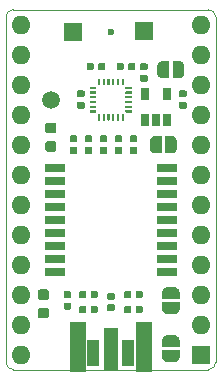
<source format=gbr>
%TF.GenerationSoftware,KiCad,Pcbnew,5.1.5+dfsg1-2~bpo10+1*%
%TF.CreationDate,Date%
%TF.ProjectId,ProMicro_GPS,50726f4d-6963-4726-9f5f-4750532e6b69,v3.1*%
%TF.SameCoordinates,Original*%
%TF.FileFunction,Soldermask,Top*%
%TF.FilePolarity,Negative*%
%FSLAX45Y45*%
G04 Gerber Fmt 4.5, Leading zero omitted, Abs format (unit mm)*
G04 Created by KiCad*
%MOMM*%
%LPD*%
G04 APERTURE LIST*
%ADD10C,0.100000*%
%ADD11C,0.150000*%
%ADD12O,1.600000X1.600000*%
%ADD13R,1.600000X1.600000*%
%ADD14C,0.600000*%
%ADD15R,0.650000X1.060000*%
%ADD16C,1.500000*%
%ADD17R,1.500000X1.500000*%
%ADD18R,1.050000X2.200000*%
%ADD19R,1.000000X1.050000*%
%ADD20R,1.270000X3.600000*%
%ADD21R,1.350000X4.200000*%
%ADD22R,1.800000X0.700000*%
%ADD23R,1.800000X0.800000*%
G04 APERTURE END LIST*
D10*
X127000Y2857500D02*
X127000Y-63500D01*
X-1587500Y-127000D02*
G75*
G02X-1651000Y-63500I0J63500D01*
G01*
X-1651000Y2857500D02*
G75*
G02X-1587500Y2921000I63500J0D01*
G01*
X63500Y2921000D02*
G75*
G02X127000Y2857500I0J-63500D01*
G01*
X127000Y-63500D02*
G75*
G02X63500Y-127000I-63500J0D01*
G01*
X-1587500Y2921000D02*
X63500Y2921000D01*
X-1651000Y-63500D02*
X-1651000Y2857500D01*
X63500Y-127000D02*
X-1587500Y-127000D01*
D11*
G36*
X-679804Y1855929D02*
G01*
X-678372Y1855717D01*
X-676968Y1855365D01*
X-675605Y1854877D01*
X-674297Y1854258D01*
X-673055Y1853514D01*
X-671893Y1852652D01*
X-670820Y1851680D01*
X-669848Y1850607D01*
X-668986Y1849445D01*
X-668242Y1848203D01*
X-667623Y1846895D01*
X-667135Y1845532D01*
X-666783Y1844128D01*
X-666571Y1842696D01*
X-666500Y1841250D01*
X-666500Y1811750D01*
X-666571Y1810304D01*
X-666783Y1808872D01*
X-667135Y1807468D01*
X-667623Y1806105D01*
X-668242Y1804797D01*
X-668986Y1803555D01*
X-669848Y1802393D01*
X-670820Y1801320D01*
X-671893Y1800348D01*
X-673055Y1799486D01*
X-674297Y1798742D01*
X-675605Y1798123D01*
X-676968Y1797635D01*
X-678372Y1797283D01*
X-679804Y1797071D01*
X-681250Y1797000D01*
X-715750Y1797000D01*
X-717196Y1797071D01*
X-718628Y1797283D01*
X-720032Y1797635D01*
X-721395Y1798123D01*
X-722703Y1798742D01*
X-723945Y1799486D01*
X-725107Y1800348D01*
X-726180Y1801320D01*
X-727152Y1802393D01*
X-728014Y1803555D01*
X-728758Y1804797D01*
X-729377Y1806105D01*
X-729865Y1807468D01*
X-730217Y1808872D01*
X-730429Y1810304D01*
X-730500Y1811750D01*
X-730500Y1841250D01*
X-730429Y1842696D01*
X-730217Y1844128D01*
X-729865Y1845532D01*
X-729377Y1846895D01*
X-728758Y1848203D01*
X-728014Y1849445D01*
X-727152Y1850607D01*
X-726180Y1851680D01*
X-725107Y1852652D01*
X-723945Y1853514D01*
X-722703Y1854258D01*
X-721395Y1854877D01*
X-720032Y1855365D01*
X-718628Y1855717D01*
X-717196Y1855929D01*
X-715750Y1856000D01*
X-681250Y1856000D01*
X-679804Y1855929D01*
G37*
G36*
X-679804Y1758929D02*
G01*
X-678372Y1758717D01*
X-676968Y1758365D01*
X-675605Y1757877D01*
X-674297Y1757258D01*
X-673055Y1756514D01*
X-671893Y1755652D01*
X-670820Y1754680D01*
X-669848Y1753607D01*
X-668986Y1752445D01*
X-668242Y1751203D01*
X-667623Y1749895D01*
X-667135Y1748532D01*
X-666783Y1747128D01*
X-666571Y1745696D01*
X-666500Y1744250D01*
X-666500Y1714750D01*
X-666571Y1713304D01*
X-666783Y1711872D01*
X-667135Y1710468D01*
X-667623Y1709105D01*
X-668242Y1707797D01*
X-668986Y1706555D01*
X-669848Y1705393D01*
X-670820Y1704320D01*
X-671893Y1703348D01*
X-673055Y1702486D01*
X-674297Y1701742D01*
X-675605Y1701123D01*
X-676968Y1700635D01*
X-678372Y1700283D01*
X-679804Y1700071D01*
X-681250Y1700000D01*
X-715750Y1700000D01*
X-717196Y1700071D01*
X-718628Y1700283D01*
X-720032Y1700635D01*
X-721395Y1701123D01*
X-722703Y1701742D01*
X-723945Y1702486D01*
X-725107Y1703348D01*
X-726180Y1704320D01*
X-727152Y1705393D01*
X-728014Y1706555D01*
X-728758Y1707797D01*
X-729377Y1709105D01*
X-729865Y1710468D01*
X-730217Y1711872D01*
X-730429Y1713304D01*
X-730500Y1714750D01*
X-730500Y1744250D01*
X-730429Y1745696D01*
X-730217Y1747128D01*
X-729865Y1748532D01*
X-729377Y1749895D01*
X-728758Y1751203D01*
X-728014Y1752445D01*
X-727152Y1753607D01*
X-726180Y1754680D01*
X-725107Y1755652D01*
X-723945Y1756514D01*
X-722703Y1757258D01*
X-721395Y1757877D01*
X-720032Y1758365D01*
X-718628Y1758717D01*
X-717196Y1758929D01*
X-715750Y1759000D01*
X-681250Y1759000D01*
X-679804Y1758929D01*
G37*
G36*
X-552804Y1855929D02*
G01*
X-551372Y1855717D01*
X-549968Y1855365D01*
X-548605Y1854877D01*
X-547297Y1854258D01*
X-546055Y1853514D01*
X-544893Y1852652D01*
X-543820Y1851680D01*
X-542848Y1850607D01*
X-541986Y1849445D01*
X-541242Y1848203D01*
X-540623Y1846895D01*
X-540135Y1845532D01*
X-539783Y1844128D01*
X-539571Y1842696D01*
X-539500Y1841250D01*
X-539500Y1811750D01*
X-539571Y1810304D01*
X-539783Y1808872D01*
X-540135Y1807468D01*
X-540623Y1806105D01*
X-541242Y1804797D01*
X-541986Y1803555D01*
X-542848Y1802393D01*
X-543820Y1801320D01*
X-544893Y1800348D01*
X-546055Y1799486D01*
X-547297Y1798742D01*
X-548605Y1798123D01*
X-549968Y1797635D01*
X-551372Y1797283D01*
X-552804Y1797071D01*
X-554250Y1797000D01*
X-588750Y1797000D01*
X-590196Y1797071D01*
X-591628Y1797283D01*
X-593032Y1797635D01*
X-594395Y1798123D01*
X-595703Y1798742D01*
X-596945Y1799486D01*
X-598107Y1800348D01*
X-599180Y1801320D01*
X-600152Y1802393D01*
X-601014Y1803555D01*
X-601758Y1804797D01*
X-602377Y1806105D01*
X-602865Y1807468D01*
X-603217Y1808872D01*
X-603429Y1810304D01*
X-603500Y1811750D01*
X-603500Y1841250D01*
X-603429Y1842696D01*
X-603217Y1844128D01*
X-602865Y1845532D01*
X-602377Y1846895D01*
X-601758Y1848203D01*
X-601014Y1849445D01*
X-600152Y1850607D01*
X-599180Y1851680D01*
X-598107Y1852652D01*
X-596945Y1853514D01*
X-595703Y1854258D01*
X-594395Y1854877D01*
X-593032Y1855365D01*
X-591628Y1855717D01*
X-590196Y1855929D01*
X-588750Y1856000D01*
X-554250Y1856000D01*
X-552804Y1855929D01*
G37*
G36*
X-552804Y1758929D02*
G01*
X-551372Y1758717D01*
X-549968Y1758365D01*
X-548605Y1757877D01*
X-547297Y1757258D01*
X-546055Y1756514D01*
X-544893Y1755652D01*
X-543820Y1754680D01*
X-542848Y1753607D01*
X-541986Y1752445D01*
X-541242Y1751203D01*
X-540623Y1749895D01*
X-540135Y1748532D01*
X-539783Y1747128D01*
X-539571Y1745696D01*
X-539500Y1744250D01*
X-539500Y1714750D01*
X-539571Y1713304D01*
X-539783Y1711872D01*
X-540135Y1710468D01*
X-540623Y1709105D01*
X-541242Y1707797D01*
X-541986Y1706555D01*
X-542848Y1705393D01*
X-543820Y1704320D01*
X-544893Y1703348D01*
X-546055Y1702486D01*
X-547297Y1701742D01*
X-548605Y1701123D01*
X-549968Y1700635D01*
X-551372Y1700283D01*
X-552804Y1700071D01*
X-554250Y1700000D01*
X-588750Y1700000D01*
X-590196Y1700071D01*
X-591628Y1700283D01*
X-593032Y1700635D01*
X-594395Y1701123D01*
X-595703Y1701742D01*
X-596945Y1702486D01*
X-598107Y1703348D01*
X-599180Y1704320D01*
X-600152Y1705393D01*
X-601014Y1706555D01*
X-601758Y1707797D01*
X-602377Y1709105D01*
X-602865Y1710468D01*
X-603217Y1711872D01*
X-603429Y1713304D01*
X-603500Y1714750D01*
X-603500Y1744250D01*
X-603429Y1745696D01*
X-603217Y1747128D01*
X-602865Y1748532D01*
X-602377Y1749895D01*
X-601758Y1751203D01*
X-601014Y1752445D01*
X-600152Y1753607D01*
X-599180Y1754680D01*
X-598107Y1755652D01*
X-596945Y1756514D01*
X-595703Y1757258D01*
X-594395Y1757877D01*
X-593032Y1758365D01*
X-591628Y1758717D01*
X-590196Y1758929D01*
X-588750Y1759000D01*
X-554250Y1759000D01*
X-552804Y1758929D01*
G37*
D12*
X-1524000Y0D03*
X-1524000Y254000D03*
X-1524000Y508000D03*
X0Y2794000D03*
X-1524000Y762000D03*
X0Y2540000D03*
X-1524000Y1016000D03*
X0Y2286000D03*
X-1524000Y1270000D03*
X0Y2032000D03*
X-1524000Y1524000D03*
X0Y1778000D03*
X-1524000Y1778000D03*
X0Y1524000D03*
X-1524000Y2032000D03*
X0Y1270000D03*
X-1524000Y2286000D03*
X0Y1016000D03*
X-1524000Y2540000D03*
X0Y762000D03*
X-1524000Y2794000D03*
X0Y508000D03*
X0Y254000D03*
D13*
X0Y0D03*
D14*
X-762000Y2730500D03*
D15*
X-476000Y2205500D03*
X-286000Y2205500D03*
X-286000Y1985500D03*
X-381000Y1985500D03*
X-476000Y1985500D03*
D11*
G36*
X-463904Y2465529D02*
G01*
X-462472Y2465317D01*
X-461068Y2464965D01*
X-459705Y2464477D01*
X-458397Y2463858D01*
X-457155Y2463114D01*
X-455993Y2462252D01*
X-454920Y2461280D01*
X-453948Y2460207D01*
X-453086Y2459045D01*
X-452342Y2457803D01*
X-451723Y2456495D01*
X-451235Y2455132D01*
X-450883Y2453728D01*
X-450671Y2452296D01*
X-450600Y2450850D01*
X-450600Y2421350D01*
X-450671Y2419904D01*
X-450883Y2418472D01*
X-451235Y2417068D01*
X-451723Y2415705D01*
X-452342Y2414397D01*
X-453086Y2413155D01*
X-453948Y2411993D01*
X-454920Y2410920D01*
X-455993Y2409948D01*
X-457155Y2409086D01*
X-458397Y2408342D01*
X-459705Y2407723D01*
X-461068Y2407235D01*
X-462472Y2406883D01*
X-463904Y2406671D01*
X-465350Y2406600D01*
X-499850Y2406600D01*
X-501296Y2406671D01*
X-502728Y2406883D01*
X-504132Y2407235D01*
X-505495Y2407723D01*
X-506803Y2408342D01*
X-508045Y2409086D01*
X-509207Y2409948D01*
X-510280Y2410920D01*
X-511252Y2411993D01*
X-512114Y2413155D01*
X-512858Y2414397D01*
X-513477Y2415705D01*
X-513965Y2417068D01*
X-514317Y2418472D01*
X-514529Y2419904D01*
X-514600Y2421350D01*
X-514600Y2450850D01*
X-514529Y2452296D01*
X-514317Y2453728D01*
X-513965Y2455132D01*
X-513477Y2456495D01*
X-512858Y2457803D01*
X-512114Y2459045D01*
X-511252Y2460207D01*
X-510280Y2461280D01*
X-509207Y2462252D01*
X-508045Y2463114D01*
X-506803Y2463858D01*
X-505495Y2464477D01*
X-504132Y2464965D01*
X-502728Y2465317D01*
X-501296Y2465529D01*
X-499850Y2465600D01*
X-465350Y2465600D01*
X-463904Y2465529D01*
G37*
G36*
X-463904Y2368529D02*
G01*
X-462472Y2368317D01*
X-461068Y2367965D01*
X-459705Y2367477D01*
X-458397Y2366858D01*
X-457155Y2366114D01*
X-455993Y2365252D01*
X-454920Y2364280D01*
X-453948Y2363207D01*
X-453086Y2362045D01*
X-452342Y2360803D01*
X-451723Y2359495D01*
X-451235Y2358132D01*
X-450883Y2356728D01*
X-450671Y2355296D01*
X-450600Y2353850D01*
X-450600Y2324350D01*
X-450671Y2322904D01*
X-450883Y2321472D01*
X-451235Y2320068D01*
X-451723Y2318705D01*
X-452342Y2317397D01*
X-453086Y2316155D01*
X-453948Y2314993D01*
X-454920Y2313920D01*
X-455993Y2312948D01*
X-457155Y2312086D01*
X-458397Y2311342D01*
X-459705Y2310723D01*
X-461068Y2310235D01*
X-462472Y2309883D01*
X-463904Y2309671D01*
X-465350Y2309600D01*
X-499850Y2309600D01*
X-501296Y2309671D01*
X-502728Y2309883D01*
X-504132Y2310235D01*
X-505495Y2310723D01*
X-506803Y2311342D01*
X-508045Y2312086D01*
X-509207Y2312948D01*
X-510280Y2313920D01*
X-511252Y2314993D01*
X-512114Y2316155D01*
X-512858Y2317397D01*
X-513477Y2318705D01*
X-513965Y2320068D01*
X-514317Y2321472D01*
X-514529Y2322904D01*
X-514600Y2324350D01*
X-514600Y2353850D01*
X-514529Y2355296D01*
X-514317Y2356728D01*
X-513965Y2358132D01*
X-513477Y2359495D01*
X-512858Y2360803D01*
X-512114Y2362045D01*
X-511252Y2363207D01*
X-510280Y2364280D01*
X-509207Y2365252D01*
X-508045Y2366114D01*
X-506803Y2366858D01*
X-505495Y2367477D01*
X-504132Y2367965D01*
X-502728Y2368317D01*
X-501296Y2368529D01*
X-499850Y2368600D01*
X-465350Y2368600D01*
X-463904Y2368529D01*
G37*
G36*
X-133704Y2236929D02*
G01*
X-132272Y2236717D01*
X-130868Y2236365D01*
X-129505Y2235877D01*
X-128197Y2235258D01*
X-126955Y2234514D01*
X-125793Y2233652D01*
X-124720Y2232680D01*
X-123748Y2231607D01*
X-122886Y2230445D01*
X-122142Y2229203D01*
X-121523Y2227895D01*
X-121035Y2226532D01*
X-120683Y2225128D01*
X-120471Y2223696D01*
X-120400Y2222250D01*
X-120400Y2192750D01*
X-120471Y2191304D01*
X-120683Y2189872D01*
X-121035Y2188468D01*
X-121523Y2187105D01*
X-122142Y2185797D01*
X-122886Y2184555D01*
X-123748Y2183393D01*
X-124720Y2182320D01*
X-125793Y2181348D01*
X-126955Y2180486D01*
X-128197Y2179742D01*
X-129505Y2179123D01*
X-130868Y2178635D01*
X-132272Y2178283D01*
X-133704Y2178071D01*
X-135150Y2178000D01*
X-169650Y2178000D01*
X-171096Y2178071D01*
X-172528Y2178283D01*
X-173932Y2178635D01*
X-175295Y2179123D01*
X-176603Y2179742D01*
X-177845Y2180486D01*
X-179007Y2181348D01*
X-180080Y2182320D01*
X-181052Y2183393D01*
X-181914Y2184555D01*
X-182658Y2185797D01*
X-183277Y2187105D01*
X-183765Y2188468D01*
X-184117Y2189872D01*
X-184329Y2191304D01*
X-184400Y2192750D01*
X-184400Y2222250D01*
X-184329Y2223696D01*
X-184117Y2225128D01*
X-183765Y2226532D01*
X-183277Y2227895D01*
X-182658Y2229203D01*
X-181914Y2230445D01*
X-181052Y2231607D01*
X-180080Y2232680D01*
X-179007Y2233652D01*
X-177845Y2234514D01*
X-176603Y2235258D01*
X-175295Y2235877D01*
X-173932Y2236365D01*
X-172528Y2236717D01*
X-171096Y2236929D01*
X-169650Y2237000D01*
X-135150Y2237000D01*
X-133704Y2236929D01*
G37*
G36*
X-133704Y2139929D02*
G01*
X-132272Y2139717D01*
X-130868Y2139365D01*
X-129505Y2138877D01*
X-128197Y2138258D01*
X-126955Y2137514D01*
X-125793Y2136652D01*
X-124720Y2135680D01*
X-123748Y2134607D01*
X-122886Y2133445D01*
X-122142Y2132203D01*
X-121523Y2130895D01*
X-121035Y2129532D01*
X-120683Y2128128D01*
X-120471Y2126696D01*
X-120400Y2125250D01*
X-120400Y2095750D01*
X-120471Y2094304D01*
X-120683Y2092872D01*
X-121035Y2091468D01*
X-121523Y2090105D01*
X-122142Y2088797D01*
X-122886Y2087555D01*
X-123748Y2086393D01*
X-124720Y2085320D01*
X-125793Y2084348D01*
X-126955Y2083486D01*
X-128197Y2082742D01*
X-129505Y2082123D01*
X-130868Y2081635D01*
X-132272Y2081283D01*
X-133704Y2081071D01*
X-135150Y2081000D01*
X-169650Y2081000D01*
X-171096Y2081071D01*
X-172528Y2081283D01*
X-173932Y2081635D01*
X-175295Y2082123D01*
X-176603Y2082742D01*
X-177845Y2083486D01*
X-179007Y2084348D01*
X-180080Y2085320D01*
X-181052Y2086393D01*
X-181914Y2087555D01*
X-182658Y2088797D01*
X-183277Y2090105D01*
X-183765Y2091468D01*
X-184117Y2092872D01*
X-184329Y2094304D01*
X-184400Y2095750D01*
X-184400Y2125250D01*
X-184329Y2126696D01*
X-184117Y2128128D01*
X-183765Y2129532D01*
X-183277Y2130895D01*
X-182658Y2132203D01*
X-181914Y2133445D01*
X-181052Y2134607D01*
X-180080Y2135680D01*
X-179007Y2136652D01*
X-177845Y2137514D01*
X-176603Y2138258D01*
X-175295Y2138877D01*
X-173932Y2139365D01*
X-172528Y2139717D01*
X-171096Y2139929D01*
X-169650Y2140000D01*
X-135150Y2140000D01*
X-133704Y2139929D01*
G37*
G36*
X-806804Y1758929D02*
G01*
X-805372Y1758717D01*
X-803968Y1758365D01*
X-802605Y1757877D01*
X-801297Y1757258D01*
X-800055Y1756514D01*
X-798893Y1755652D01*
X-797820Y1754680D01*
X-796848Y1753607D01*
X-795986Y1752445D01*
X-795242Y1751203D01*
X-794623Y1749895D01*
X-794135Y1748532D01*
X-793783Y1747128D01*
X-793571Y1745696D01*
X-793500Y1744250D01*
X-793500Y1714750D01*
X-793571Y1713304D01*
X-793783Y1711872D01*
X-794135Y1710468D01*
X-794623Y1709105D01*
X-795242Y1707797D01*
X-795986Y1706555D01*
X-796848Y1705393D01*
X-797820Y1704320D01*
X-798893Y1703348D01*
X-800055Y1702486D01*
X-801297Y1701742D01*
X-802605Y1701123D01*
X-803968Y1700635D01*
X-805372Y1700283D01*
X-806804Y1700071D01*
X-808250Y1700000D01*
X-842750Y1700000D01*
X-844196Y1700071D01*
X-845628Y1700283D01*
X-847032Y1700635D01*
X-848395Y1701123D01*
X-849703Y1701742D01*
X-850945Y1702486D01*
X-852107Y1703348D01*
X-853180Y1704320D01*
X-854152Y1705393D01*
X-855014Y1706555D01*
X-855758Y1707797D01*
X-856377Y1709105D01*
X-856865Y1710468D01*
X-857217Y1711872D01*
X-857429Y1713304D01*
X-857500Y1714750D01*
X-857500Y1744250D01*
X-857429Y1745696D01*
X-857217Y1747128D01*
X-856865Y1748532D01*
X-856377Y1749895D01*
X-855758Y1751203D01*
X-855014Y1752445D01*
X-854152Y1753607D01*
X-853180Y1754680D01*
X-852107Y1755652D01*
X-850945Y1756514D01*
X-849703Y1757258D01*
X-848395Y1757877D01*
X-847032Y1758365D01*
X-845628Y1758717D01*
X-844196Y1758929D01*
X-842750Y1759000D01*
X-808250Y1759000D01*
X-806804Y1758929D01*
G37*
G36*
X-806804Y1855929D02*
G01*
X-805372Y1855717D01*
X-803968Y1855365D01*
X-802605Y1854877D01*
X-801297Y1854258D01*
X-800055Y1853514D01*
X-798893Y1852652D01*
X-797820Y1851680D01*
X-796848Y1850607D01*
X-795986Y1849445D01*
X-795242Y1848203D01*
X-794623Y1846895D01*
X-794135Y1845532D01*
X-793783Y1844128D01*
X-793571Y1842696D01*
X-793500Y1841250D01*
X-793500Y1811750D01*
X-793571Y1810304D01*
X-793783Y1808872D01*
X-794135Y1807468D01*
X-794623Y1806105D01*
X-795242Y1804797D01*
X-795986Y1803555D01*
X-796848Y1802393D01*
X-797820Y1801320D01*
X-798893Y1800348D01*
X-800055Y1799486D01*
X-801297Y1798742D01*
X-802605Y1798123D01*
X-803968Y1797635D01*
X-805372Y1797283D01*
X-806804Y1797071D01*
X-808250Y1797000D01*
X-842750Y1797000D01*
X-844196Y1797071D01*
X-845628Y1797283D01*
X-847032Y1797635D01*
X-848395Y1798123D01*
X-849703Y1798742D01*
X-850945Y1799486D01*
X-852107Y1800348D01*
X-853180Y1801320D01*
X-854152Y1802393D01*
X-855014Y1803555D01*
X-855758Y1804797D01*
X-856377Y1806105D01*
X-856865Y1807468D01*
X-857217Y1808872D01*
X-857429Y1810304D01*
X-857500Y1811750D01*
X-857500Y1841250D01*
X-857429Y1842696D01*
X-857217Y1844128D01*
X-856865Y1845532D01*
X-856377Y1846895D01*
X-855758Y1848203D01*
X-855014Y1849445D01*
X-854152Y1850607D01*
X-853180Y1851680D01*
X-852107Y1852652D01*
X-850945Y1853514D01*
X-849703Y1854258D01*
X-848395Y1854877D01*
X-847032Y1855365D01*
X-845628Y1855717D01*
X-844196Y1855929D01*
X-842750Y1856000D01*
X-808250Y1856000D01*
X-806804Y1855929D01*
G37*
D16*
X-1270000Y2159000D03*
D11*
G36*
X-189000Y2487940D02*
G01*
X-186547Y2487940D01*
X-181663Y2487459D01*
X-176851Y2486502D01*
X-172156Y2485077D01*
X-167622Y2483200D01*
X-163295Y2480886D01*
X-159215Y2478160D01*
X-155422Y2475048D01*
X-151952Y2471578D01*
X-148840Y2467785D01*
X-146114Y2463705D01*
X-143801Y2459378D01*
X-141923Y2454845D01*
X-140498Y2450149D01*
X-139541Y2445337D01*
X-139060Y2440453D01*
X-139060Y2438000D01*
X-139000Y2438000D01*
X-139000Y2388000D01*
X-139060Y2388000D01*
X-139060Y2385547D01*
X-139541Y2380664D01*
X-140498Y2375851D01*
X-141923Y2371156D01*
X-143801Y2366622D01*
X-146114Y2362295D01*
X-148840Y2358215D01*
X-151952Y2354422D01*
X-155422Y2350952D01*
X-159215Y2347840D01*
X-163295Y2345114D01*
X-167622Y2342801D01*
X-172156Y2340923D01*
X-176851Y2339498D01*
X-181663Y2338541D01*
X-186547Y2338060D01*
X-189000Y2338060D01*
X-189000Y2338000D01*
X-239000Y2338000D01*
X-239000Y2488000D01*
X-189000Y2488000D01*
X-189000Y2487940D01*
G37*
G36*
X-269000Y2338000D02*
G01*
X-319000Y2338000D01*
X-319000Y2338060D01*
X-321453Y2338060D01*
X-326337Y2338541D01*
X-331149Y2339498D01*
X-335845Y2340923D01*
X-340378Y2342801D01*
X-344705Y2345114D01*
X-348785Y2347840D01*
X-352578Y2350952D01*
X-356048Y2354422D01*
X-359160Y2358215D01*
X-361886Y2362295D01*
X-364199Y2366622D01*
X-366077Y2371156D01*
X-367502Y2375851D01*
X-368459Y2380664D01*
X-368940Y2385547D01*
X-368940Y2388000D01*
X-369000Y2388000D01*
X-369000Y2438000D01*
X-368940Y2438000D01*
X-368940Y2440453D01*
X-368459Y2445337D01*
X-367502Y2450149D01*
X-366077Y2454845D01*
X-364199Y2459378D01*
X-361886Y2463705D01*
X-359160Y2467785D01*
X-356048Y2471578D01*
X-352578Y2475048D01*
X-348785Y2478160D01*
X-344705Y2480886D01*
X-340378Y2483200D01*
X-335845Y2485077D01*
X-331149Y2486502D01*
X-326337Y2487459D01*
X-321453Y2487940D01*
X-319000Y2487940D01*
X-319000Y2488000D01*
X-269000Y2488000D01*
X-269000Y2338000D01*
G37*
G36*
X-329000Y472200D02*
G01*
X-329000Y522200D01*
X-328940Y522200D01*
X-328940Y524653D01*
X-328459Y529537D01*
X-327502Y534349D01*
X-326077Y539045D01*
X-324200Y543578D01*
X-321886Y547905D01*
X-319160Y551985D01*
X-316048Y555778D01*
X-312578Y559248D01*
X-308785Y562360D01*
X-304705Y565086D01*
X-300378Y567400D01*
X-295845Y569277D01*
X-291149Y570702D01*
X-286337Y571659D01*
X-281453Y572140D01*
X-279000Y572140D01*
X-279000Y572200D01*
X-229000Y572200D01*
X-229000Y572140D01*
X-226547Y572140D01*
X-221663Y571659D01*
X-216851Y570702D01*
X-212155Y569277D01*
X-207622Y567400D01*
X-203295Y565086D01*
X-199215Y562360D01*
X-195422Y559248D01*
X-191952Y555778D01*
X-188840Y551985D01*
X-186114Y547905D01*
X-183800Y543578D01*
X-181923Y539045D01*
X-180498Y534349D01*
X-179541Y529537D01*
X-179060Y524653D01*
X-179060Y522200D01*
X-179000Y522200D01*
X-179000Y472200D01*
X-329000Y472200D01*
G37*
G36*
X-179060Y392200D02*
G01*
X-179060Y389747D01*
X-179541Y384863D01*
X-180498Y380051D01*
X-181923Y375355D01*
X-183800Y370822D01*
X-186114Y366495D01*
X-188840Y362415D01*
X-191952Y358622D01*
X-195422Y355152D01*
X-199215Y352040D01*
X-203295Y349314D01*
X-207622Y347001D01*
X-212155Y345123D01*
X-216851Y343698D01*
X-221663Y342741D01*
X-226547Y342260D01*
X-229000Y342260D01*
X-229000Y342200D01*
X-279000Y342200D01*
X-279000Y342260D01*
X-281453Y342260D01*
X-286337Y342741D01*
X-291149Y343698D01*
X-295845Y345123D01*
X-300378Y347001D01*
X-304705Y349314D01*
X-308785Y352040D01*
X-312578Y355152D01*
X-316048Y358622D01*
X-319160Y362415D01*
X-321886Y366495D01*
X-324200Y370822D01*
X-326077Y375355D01*
X-327502Y380051D01*
X-328459Y384863D01*
X-328940Y389747D01*
X-328940Y392200D01*
X-329000Y392200D01*
X-329000Y442200D01*
X-179000Y442200D01*
X-179000Y392200D01*
X-179060Y392200D01*
G37*
G36*
X-933804Y1758929D02*
G01*
X-932372Y1758717D01*
X-930968Y1758365D01*
X-929605Y1757877D01*
X-928297Y1757258D01*
X-927055Y1756514D01*
X-925893Y1755652D01*
X-924820Y1754680D01*
X-923848Y1753607D01*
X-922986Y1752445D01*
X-922242Y1751203D01*
X-921623Y1749895D01*
X-921135Y1748532D01*
X-920783Y1747128D01*
X-920571Y1745696D01*
X-920500Y1744250D01*
X-920500Y1714750D01*
X-920571Y1713304D01*
X-920783Y1711872D01*
X-921135Y1710468D01*
X-921623Y1709105D01*
X-922242Y1707797D01*
X-922986Y1706555D01*
X-923848Y1705393D01*
X-924820Y1704320D01*
X-925893Y1703348D01*
X-927055Y1702486D01*
X-928297Y1701742D01*
X-929605Y1701123D01*
X-930968Y1700635D01*
X-932372Y1700283D01*
X-933804Y1700071D01*
X-935250Y1700000D01*
X-969750Y1700000D01*
X-971196Y1700071D01*
X-972628Y1700283D01*
X-974032Y1700635D01*
X-975395Y1701123D01*
X-976703Y1701742D01*
X-977945Y1702486D01*
X-979107Y1703348D01*
X-980180Y1704320D01*
X-981152Y1705393D01*
X-982014Y1706555D01*
X-982758Y1707797D01*
X-983377Y1709105D01*
X-983865Y1710468D01*
X-984217Y1711872D01*
X-984429Y1713304D01*
X-984500Y1714750D01*
X-984500Y1744250D01*
X-984429Y1745696D01*
X-984217Y1747128D01*
X-983865Y1748532D01*
X-983377Y1749895D01*
X-982758Y1751203D01*
X-982014Y1752445D01*
X-981152Y1753607D01*
X-980180Y1754680D01*
X-979107Y1755652D01*
X-977945Y1756514D01*
X-976703Y1757258D01*
X-975395Y1757877D01*
X-974032Y1758365D01*
X-972628Y1758717D01*
X-971196Y1758929D01*
X-969750Y1759000D01*
X-935250Y1759000D01*
X-933804Y1758929D01*
G37*
G36*
X-933804Y1855929D02*
G01*
X-932372Y1855717D01*
X-930968Y1855365D01*
X-929605Y1854877D01*
X-928297Y1854258D01*
X-927055Y1853514D01*
X-925893Y1852652D01*
X-924820Y1851680D01*
X-923848Y1850607D01*
X-922986Y1849445D01*
X-922242Y1848203D01*
X-921623Y1846895D01*
X-921135Y1845532D01*
X-920783Y1844128D01*
X-920571Y1842696D01*
X-920500Y1841250D01*
X-920500Y1811750D01*
X-920571Y1810304D01*
X-920783Y1808872D01*
X-921135Y1807468D01*
X-921623Y1806105D01*
X-922242Y1804797D01*
X-922986Y1803555D01*
X-923848Y1802393D01*
X-924820Y1801320D01*
X-925893Y1800348D01*
X-927055Y1799486D01*
X-928297Y1798742D01*
X-929605Y1798123D01*
X-930968Y1797635D01*
X-932372Y1797283D01*
X-933804Y1797071D01*
X-935250Y1797000D01*
X-969750Y1797000D01*
X-971196Y1797071D01*
X-972628Y1797283D01*
X-974032Y1797635D01*
X-975395Y1798123D01*
X-976703Y1798742D01*
X-977945Y1799486D01*
X-979107Y1800348D01*
X-980180Y1801320D01*
X-981152Y1802393D01*
X-982014Y1803555D01*
X-982758Y1804797D01*
X-983377Y1806105D01*
X-983865Y1807468D01*
X-984217Y1808872D01*
X-984429Y1810304D01*
X-984500Y1811750D01*
X-984500Y1841250D01*
X-984429Y1842696D01*
X-984217Y1844128D01*
X-983865Y1845532D01*
X-983377Y1846895D01*
X-982758Y1848203D01*
X-982014Y1849445D01*
X-981152Y1850607D01*
X-980180Y1851680D01*
X-979107Y1852652D01*
X-977945Y1853514D01*
X-976703Y1854258D01*
X-975395Y1854877D01*
X-974032Y1855365D01*
X-972628Y1855717D01*
X-971196Y1855929D01*
X-969750Y1856000D01*
X-935250Y1856000D01*
X-933804Y1855929D01*
G37*
G36*
X-997304Y2139929D02*
G01*
X-995872Y2139717D01*
X-994468Y2139365D01*
X-993105Y2138877D01*
X-991797Y2138258D01*
X-990555Y2137514D01*
X-989393Y2136652D01*
X-988320Y2135680D01*
X-987348Y2134607D01*
X-986486Y2133445D01*
X-985742Y2132203D01*
X-985123Y2130895D01*
X-984635Y2129532D01*
X-984283Y2128128D01*
X-984071Y2126696D01*
X-984000Y2125250D01*
X-984000Y2095750D01*
X-984071Y2094304D01*
X-984283Y2092872D01*
X-984635Y2091468D01*
X-985123Y2090105D01*
X-985742Y2088797D01*
X-986486Y2087555D01*
X-987348Y2086393D01*
X-988320Y2085320D01*
X-989393Y2084348D01*
X-990555Y2083486D01*
X-991797Y2082742D01*
X-993105Y2082123D01*
X-994468Y2081635D01*
X-995872Y2081283D01*
X-997304Y2081071D01*
X-998750Y2081000D01*
X-1033250Y2081000D01*
X-1034696Y2081071D01*
X-1036128Y2081283D01*
X-1037532Y2081635D01*
X-1038895Y2082123D01*
X-1040203Y2082742D01*
X-1041445Y2083486D01*
X-1042607Y2084348D01*
X-1043680Y2085320D01*
X-1044652Y2086393D01*
X-1045514Y2087555D01*
X-1046258Y2088797D01*
X-1046877Y2090105D01*
X-1047365Y2091468D01*
X-1047717Y2092872D01*
X-1047929Y2094304D01*
X-1048000Y2095750D01*
X-1048000Y2125250D01*
X-1047929Y2126696D01*
X-1047717Y2128128D01*
X-1047365Y2129532D01*
X-1046877Y2130895D01*
X-1046258Y2132203D01*
X-1045514Y2133445D01*
X-1044652Y2134607D01*
X-1043680Y2135680D01*
X-1042607Y2136652D01*
X-1041445Y2137514D01*
X-1040203Y2138258D01*
X-1038895Y2138877D01*
X-1037532Y2139365D01*
X-1036128Y2139717D01*
X-1034696Y2139929D01*
X-1033250Y2140000D01*
X-998750Y2140000D01*
X-997304Y2139929D01*
G37*
G36*
X-997304Y2236929D02*
G01*
X-995872Y2236717D01*
X-994468Y2236365D01*
X-993105Y2235877D01*
X-991797Y2235258D01*
X-990555Y2234514D01*
X-989393Y2233652D01*
X-988320Y2232680D01*
X-987348Y2231607D01*
X-986486Y2230445D01*
X-985742Y2229203D01*
X-985123Y2227895D01*
X-984635Y2226532D01*
X-984283Y2225128D01*
X-984071Y2223696D01*
X-984000Y2222250D01*
X-984000Y2192750D01*
X-984071Y2191304D01*
X-984283Y2189872D01*
X-984635Y2188468D01*
X-985123Y2187105D01*
X-985742Y2185797D01*
X-986486Y2184555D01*
X-987348Y2183393D01*
X-988320Y2182320D01*
X-989393Y2181348D01*
X-990555Y2180486D01*
X-991797Y2179742D01*
X-993105Y2179123D01*
X-994468Y2178635D01*
X-995872Y2178283D01*
X-997304Y2178071D01*
X-998750Y2178000D01*
X-1033250Y2178000D01*
X-1034696Y2178071D01*
X-1036128Y2178283D01*
X-1037532Y2178635D01*
X-1038895Y2179123D01*
X-1040203Y2179742D01*
X-1041445Y2180486D01*
X-1042607Y2181348D01*
X-1043680Y2182320D01*
X-1044652Y2183393D01*
X-1045514Y2184555D01*
X-1046258Y2185797D01*
X-1046877Y2187105D01*
X-1047365Y2188468D01*
X-1047717Y2189872D01*
X-1047929Y2191304D01*
X-1048000Y2192750D01*
X-1048000Y2222250D01*
X-1047929Y2223696D01*
X-1047717Y2225128D01*
X-1047365Y2226532D01*
X-1046877Y2227895D01*
X-1046258Y2229203D01*
X-1045514Y2230445D01*
X-1044652Y2231607D01*
X-1043680Y2232680D01*
X-1042607Y2233652D01*
X-1041445Y2234514D01*
X-1040203Y2235258D01*
X-1038895Y2235877D01*
X-1037532Y2236365D01*
X-1036128Y2236717D01*
X-1034696Y2236929D01*
X-1033250Y2237000D01*
X-998750Y2237000D01*
X-997304Y2236929D01*
G37*
G36*
X-1111604Y440429D02*
G01*
X-1110172Y440217D01*
X-1108768Y439865D01*
X-1107405Y439377D01*
X-1106097Y438758D01*
X-1104855Y438014D01*
X-1103693Y437152D01*
X-1102620Y436180D01*
X-1101648Y435107D01*
X-1100786Y433945D01*
X-1100042Y432703D01*
X-1099423Y431395D01*
X-1098935Y430032D01*
X-1098583Y428628D01*
X-1098371Y427196D01*
X-1098300Y425750D01*
X-1098300Y396250D01*
X-1098371Y394804D01*
X-1098583Y393372D01*
X-1098935Y391968D01*
X-1099423Y390605D01*
X-1100042Y389297D01*
X-1100786Y388055D01*
X-1101648Y386893D01*
X-1102620Y385820D01*
X-1103693Y384848D01*
X-1104855Y383986D01*
X-1106097Y383242D01*
X-1107405Y382623D01*
X-1108768Y382135D01*
X-1110172Y381783D01*
X-1111604Y381571D01*
X-1113050Y381500D01*
X-1147550Y381500D01*
X-1148996Y381571D01*
X-1150428Y381783D01*
X-1151832Y382135D01*
X-1153195Y382623D01*
X-1154503Y383242D01*
X-1155745Y383986D01*
X-1156907Y384848D01*
X-1157980Y385820D01*
X-1158952Y386893D01*
X-1159814Y388055D01*
X-1160558Y389297D01*
X-1161177Y390605D01*
X-1161665Y391968D01*
X-1162017Y393372D01*
X-1162229Y394804D01*
X-1162300Y396250D01*
X-1162300Y425750D01*
X-1162229Y427196D01*
X-1162017Y428628D01*
X-1161665Y430032D01*
X-1161177Y431395D01*
X-1160558Y432703D01*
X-1159814Y433945D01*
X-1158952Y435107D01*
X-1157980Y436180D01*
X-1156907Y437152D01*
X-1155745Y438014D01*
X-1154503Y438758D01*
X-1153195Y439377D01*
X-1151832Y439865D01*
X-1150428Y440217D01*
X-1148996Y440429D01*
X-1147550Y440500D01*
X-1113050Y440500D01*
X-1111604Y440429D01*
G37*
G36*
X-1111604Y537429D02*
G01*
X-1110172Y537217D01*
X-1108768Y536865D01*
X-1107405Y536377D01*
X-1106097Y535758D01*
X-1104855Y535014D01*
X-1103693Y534152D01*
X-1102620Y533180D01*
X-1101648Y532107D01*
X-1100786Y530945D01*
X-1100042Y529703D01*
X-1099423Y528395D01*
X-1098935Y527032D01*
X-1098583Y525628D01*
X-1098371Y524196D01*
X-1098300Y522750D01*
X-1098300Y493250D01*
X-1098371Y491804D01*
X-1098583Y490372D01*
X-1098935Y488968D01*
X-1099423Y487605D01*
X-1100042Y486297D01*
X-1100786Y485055D01*
X-1101648Y483893D01*
X-1102620Y482820D01*
X-1103693Y481848D01*
X-1104855Y480986D01*
X-1106097Y480242D01*
X-1107405Y479623D01*
X-1108768Y479135D01*
X-1110172Y478783D01*
X-1111604Y478571D01*
X-1113050Y478500D01*
X-1147550Y478500D01*
X-1148996Y478571D01*
X-1150428Y478783D01*
X-1151832Y479135D01*
X-1153195Y479623D01*
X-1154503Y480242D01*
X-1155745Y480986D01*
X-1156907Y481848D01*
X-1157980Y482820D01*
X-1158952Y483893D01*
X-1159814Y485055D01*
X-1160558Y486297D01*
X-1161177Y487605D01*
X-1161665Y488968D01*
X-1162017Y490372D01*
X-1162229Y491804D01*
X-1162300Y493250D01*
X-1162300Y522750D01*
X-1162229Y524196D01*
X-1162017Y525628D01*
X-1161665Y527032D01*
X-1161177Y528395D01*
X-1160558Y529703D01*
X-1159814Y530945D01*
X-1158952Y532107D01*
X-1157980Y533180D01*
X-1156907Y534152D01*
X-1155745Y535014D01*
X-1154503Y535758D01*
X-1153195Y536377D01*
X-1151832Y536865D01*
X-1150428Y537217D01*
X-1148996Y537429D01*
X-1147550Y537500D01*
X-1113050Y537500D01*
X-1111604Y537429D01*
G37*
G36*
X-382500Y1703060D02*
G01*
X-384953Y1703060D01*
X-389836Y1703541D01*
X-394649Y1704498D01*
X-399344Y1705923D01*
X-403878Y1707800D01*
X-408205Y1710114D01*
X-412285Y1712840D01*
X-416078Y1715952D01*
X-419548Y1719422D01*
X-422660Y1723215D01*
X-425386Y1727295D01*
X-427699Y1731622D01*
X-429577Y1736155D01*
X-431002Y1740851D01*
X-431959Y1745663D01*
X-432440Y1750547D01*
X-432440Y1753000D01*
X-432500Y1753000D01*
X-432500Y1803000D01*
X-432440Y1803000D01*
X-432440Y1805453D01*
X-431959Y1810336D01*
X-431002Y1815149D01*
X-429577Y1819844D01*
X-427699Y1824378D01*
X-425386Y1828705D01*
X-422660Y1832785D01*
X-419548Y1836578D01*
X-416078Y1840048D01*
X-412285Y1843160D01*
X-408205Y1845886D01*
X-403878Y1848199D01*
X-399344Y1850077D01*
X-394649Y1851502D01*
X-389836Y1852459D01*
X-384953Y1852940D01*
X-382500Y1852940D01*
X-382500Y1853000D01*
X-332500Y1853000D01*
X-332500Y1703000D01*
X-382500Y1703000D01*
X-382500Y1703060D01*
G37*
G36*
X-302500Y1853000D02*
G01*
X-252500Y1853000D01*
X-252500Y1852940D01*
X-250047Y1852940D01*
X-245163Y1852459D01*
X-240351Y1851502D01*
X-235655Y1850077D01*
X-231122Y1848199D01*
X-226795Y1845886D01*
X-222715Y1843160D01*
X-218922Y1840048D01*
X-215452Y1836578D01*
X-212340Y1832785D01*
X-209614Y1828705D01*
X-207300Y1824378D01*
X-205423Y1819844D01*
X-203998Y1815149D01*
X-203041Y1810336D01*
X-202560Y1805453D01*
X-202560Y1803000D01*
X-202500Y1803000D01*
X-202500Y1753000D01*
X-202560Y1753000D01*
X-202560Y1750547D01*
X-203041Y1745663D01*
X-203998Y1740851D01*
X-205423Y1736155D01*
X-207300Y1731622D01*
X-209614Y1727295D01*
X-212340Y1723215D01*
X-215452Y1719422D01*
X-218922Y1715952D01*
X-222715Y1712840D01*
X-226795Y1710114D01*
X-231122Y1707800D01*
X-235655Y1705923D01*
X-240351Y1704498D01*
X-245163Y1703541D01*
X-250047Y1703060D01*
X-252500Y1703060D01*
X-252500Y1703000D01*
X-302500Y1703000D01*
X-302500Y1853000D01*
G37*
D17*
X-482600Y2743200D03*
X-1079500Y2730500D03*
D11*
G36*
X-570304Y2470329D02*
G01*
X-568872Y2470117D01*
X-567468Y2469765D01*
X-566105Y2469277D01*
X-564797Y2468658D01*
X-563555Y2467914D01*
X-562393Y2467052D01*
X-561320Y2466080D01*
X-560348Y2465007D01*
X-559486Y2463845D01*
X-558742Y2462603D01*
X-558123Y2461295D01*
X-557635Y2459932D01*
X-557283Y2458528D01*
X-557071Y2457096D01*
X-557000Y2455650D01*
X-557000Y2421150D01*
X-557071Y2419704D01*
X-557283Y2418272D01*
X-557635Y2416868D01*
X-558123Y2415505D01*
X-558742Y2414197D01*
X-559486Y2412955D01*
X-560348Y2411793D01*
X-561320Y2410720D01*
X-562393Y2409748D01*
X-563555Y2408886D01*
X-564797Y2408142D01*
X-566105Y2407523D01*
X-567468Y2407035D01*
X-568872Y2406683D01*
X-570304Y2406471D01*
X-571750Y2406400D01*
X-601250Y2406400D01*
X-602696Y2406471D01*
X-604128Y2406683D01*
X-605532Y2407035D01*
X-606895Y2407523D01*
X-608203Y2408142D01*
X-609445Y2408886D01*
X-610607Y2409748D01*
X-611680Y2410720D01*
X-612652Y2411793D01*
X-613514Y2412955D01*
X-614258Y2414197D01*
X-614877Y2415505D01*
X-615365Y2416868D01*
X-615717Y2418272D01*
X-615929Y2419704D01*
X-616000Y2421150D01*
X-616000Y2455650D01*
X-615929Y2457096D01*
X-615717Y2458528D01*
X-615365Y2459932D01*
X-614877Y2461295D01*
X-614258Y2462603D01*
X-613514Y2463845D01*
X-612652Y2465007D01*
X-611680Y2466080D01*
X-610607Y2467052D01*
X-609445Y2467914D01*
X-608203Y2468658D01*
X-606895Y2469277D01*
X-605532Y2469765D01*
X-604128Y2470117D01*
X-602696Y2470329D01*
X-601250Y2470400D01*
X-571750Y2470400D01*
X-570304Y2470329D01*
G37*
G36*
X-667304Y2470329D02*
G01*
X-665872Y2470117D01*
X-664468Y2469765D01*
X-663105Y2469277D01*
X-661797Y2468658D01*
X-660555Y2467914D01*
X-659393Y2467052D01*
X-658320Y2466080D01*
X-657348Y2465007D01*
X-656486Y2463845D01*
X-655742Y2462603D01*
X-655123Y2461295D01*
X-654635Y2459932D01*
X-654283Y2458528D01*
X-654071Y2457096D01*
X-654000Y2455650D01*
X-654000Y2421150D01*
X-654071Y2419704D01*
X-654283Y2418272D01*
X-654635Y2416868D01*
X-655123Y2415505D01*
X-655742Y2414197D01*
X-656486Y2412955D01*
X-657348Y2411793D01*
X-658320Y2410720D01*
X-659393Y2409748D01*
X-660555Y2408886D01*
X-661797Y2408142D01*
X-663105Y2407523D01*
X-664468Y2407035D01*
X-665872Y2406683D01*
X-667304Y2406471D01*
X-668750Y2406400D01*
X-698250Y2406400D01*
X-699696Y2406471D01*
X-701128Y2406683D01*
X-702532Y2407035D01*
X-703895Y2407523D01*
X-705203Y2408142D01*
X-706445Y2408886D01*
X-707607Y2409748D01*
X-708680Y2410720D01*
X-709652Y2411793D01*
X-710514Y2412955D01*
X-711258Y2414197D01*
X-711877Y2415505D01*
X-712365Y2416868D01*
X-712717Y2418272D01*
X-712929Y2419704D01*
X-713000Y2421150D01*
X-713000Y2455650D01*
X-712929Y2457096D01*
X-712717Y2458528D01*
X-712365Y2459932D01*
X-711877Y2461295D01*
X-711258Y2462603D01*
X-710514Y2463845D01*
X-709652Y2465007D01*
X-708680Y2466080D01*
X-707607Y2467052D01*
X-706445Y2467914D01*
X-705203Y2468658D01*
X-703895Y2469277D01*
X-702532Y2469765D01*
X-701128Y2470117D01*
X-699696Y2470329D01*
X-698250Y2470400D01*
X-668750Y2470400D01*
X-667304Y2470329D01*
G37*
G36*
X-921304Y2470329D02*
G01*
X-919872Y2470117D01*
X-918468Y2469765D01*
X-917105Y2469277D01*
X-915797Y2468658D01*
X-914555Y2467914D01*
X-913393Y2467052D01*
X-912320Y2466080D01*
X-911348Y2465007D01*
X-910486Y2463845D01*
X-909742Y2462603D01*
X-909123Y2461295D01*
X-908635Y2459932D01*
X-908283Y2458528D01*
X-908071Y2457096D01*
X-908000Y2455650D01*
X-908000Y2421150D01*
X-908071Y2419704D01*
X-908283Y2418272D01*
X-908635Y2416868D01*
X-909123Y2415505D01*
X-909742Y2414197D01*
X-910486Y2412955D01*
X-911348Y2411793D01*
X-912320Y2410720D01*
X-913393Y2409748D01*
X-914555Y2408886D01*
X-915797Y2408142D01*
X-917105Y2407523D01*
X-918468Y2407035D01*
X-919872Y2406683D01*
X-921304Y2406471D01*
X-922750Y2406400D01*
X-952250Y2406400D01*
X-953696Y2406471D01*
X-955128Y2406683D01*
X-956532Y2407035D01*
X-957895Y2407523D01*
X-959203Y2408142D01*
X-960445Y2408886D01*
X-961607Y2409748D01*
X-962680Y2410720D01*
X-963652Y2411793D01*
X-964514Y2412955D01*
X-965258Y2414197D01*
X-965877Y2415505D01*
X-966365Y2416868D01*
X-966717Y2418272D01*
X-966929Y2419704D01*
X-967000Y2421150D01*
X-967000Y2455650D01*
X-966929Y2457096D01*
X-966717Y2458528D01*
X-966365Y2459932D01*
X-965877Y2461295D01*
X-965258Y2462603D01*
X-964514Y2463845D01*
X-963652Y2465007D01*
X-962680Y2466080D01*
X-961607Y2467052D01*
X-960445Y2467914D01*
X-959203Y2468658D01*
X-957895Y2469277D01*
X-956532Y2469765D01*
X-955128Y2470117D01*
X-953696Y2470329D01*
X-952250Y2470400D01*
X-922750Y2470400D01*
X-921304Y2470329D01*
G37*
G36*
X-824304Y2470329D02*
G01*
X-822872Y2470117D01*
X-821468Y2469765D01*
X-820105Y2469277D01*
X-818797Y2468658D01*
X-817555Y2467914D01*
X-816393Y2467052D01*
X-815320Y2466080D01*
X-814348Y2465007D01*
X-813486Y2463845D01*
X-812742Y2462603D01*
X-812123Y2461295D01*
X-811635Y2459932D01*
X-811283Y2458528D01*
X-811071Y2457096D01*
X-811000Y2455650D01*
X-811000Y2421150D01*
X-811071Y2419704D01*
X-811283Y2418272D01*
X-811635Y2416868D01*
X-812123Y2415505D01*
X-812742Y2414197D01*
X-813486Y2412955D01*
X-814348Y2411793D01*
X-815320Y2410720D01*
X-816393Y2409748D01*
X-817555Y2408886D01*
X-818797Y2408142D01*
X-820105Y2407523D01*
X-821468Y2407035D01*
X-822872Y2406683D01*
X-824304Y2406471D01*
X-825750Y2406400D01*
X-855250Y2406400D01*
X-856696Y2406471D01*
X-858128Y2406683D01*
X-859532Y2407035D01*
X-860895Y2407523D01*
X-862203Y2408142D01*
X-863445Y2408886D01*
X-864607Y2409748D01*
X-865680Y2410720D01*
X-866652Y2411793D01*
X-867514Y2412955D01*
X-868258Y2414197D01*
X-868877Y2415505D01*
X-869365Y2416868D01*
X-869717Y2418272D01*
X-869929Y2419704D01*
X-870000Y2421150D01*
X-870000Y2455650D01*
X-869929Y2457096D01*
X-869717Y2458528D01*
X-869365Y2459932D01*
X-868877Y2461295D01*
X-868258Y2462603D01*
X-867514Y2463845D01*
X-866652Y2465007D01*
X-865680Y2466080D01*
X-864607Y2467052D01*
X-863445Y2467914D01*
X-862203Y2468658D01*
X-860895Y2469277D01*
X-859532Y2469765D01*
X-858128Y2470117D01*
X-856696Y2470329D01*
X-855250Y2470400D01*
X-825750Y2470400D01*
X-824304Y2470329D01*
G37*
G36*
X-656510Y2036476D02*
G01*
X-656025Y2036404D01*
X-655549Y2036285D01*
X-655087Y2036119D01*
X-654643Y2035910D01*
X-654222Y2035657D01*
X-653828Y2035365D01*
X-653465Y2035035D01*
X-653135Y2034672D01*
X-652843Y2034278D01*
X-652590Y2033857D01*
X-652381Y2033413D01*
X-652215Y2032951D01*
X-652096Y2032475D01*
X-652024Y2031990D01*
X-652000Y2031500D01*
X-652000Y1986500D01*
X-652024Y1986010D01*
X-652096Y1985524D01*
X-652215Y1985049D01*
X-652381Y1984587D01*
X-652590Y1984143D01*
X-652843Y1983722D01*
X-653135Y1983328D01*
X-653465Y1982964D01*
X-653828Y1982635D01*
X-654222Y1982343D01*
X-654643Y1982090D01*
X-655087Y1981881D01*
X-655549Y1981715D01*
X-656025Y1981596D01*
X-656510Y1981524D01*
X-657000Y1981500D01*
X-667000Y1981500D01*
X-667490Y1981524D01*
X-667976Y1981596D01*
X-668451Y1981715D01*
X-668913Y1981881D01*
X-669357Y1982090D01*
X-669778Y1982343D01*
X-670172Y1982635D01*
X-670536Y1982964D01*
X-670865Y1983328D01*
X-671157Y1983722D01*
X-671410Y1984143D01*
X-671619Y1984587D01*
X-671785Y1985049D01*
X-671904Y1985524D01*
X-671976Y1986010D01*
X-672000Y1986500D01*
X-672000Y2031500D01*
X-671976Y2031990D01*
X-671904Y2032475D01*
X-671785Y2032951D01*
X-671619Y2033413D01*
X-671410Y2033857D01*
X-671157Y2034278D01*
X-670865Y2034672D01*
X-670536Y2035035D01*
X-670172Y2035365D01*
X-669778Y2035657D01*
X-669357Y2035910D01*
X-668913Y2036119D01*
X-668451Y2036285D01*
X-667976Y2036404D01*
X-667490Y2036476D01*
X-667000Y2036500D01*
X-657000Y2036500D01*
X-656510Y2036476D01*
G37*
G36*
X-696510Y2036476D02*
G01*
X-696025Y2036404D01*
X-695549Y2036285D01*
X-695087Y2036119D01*
X-694643Y2035910D01*
X-694222Y2035657D01*
X-693828Y2035365D01*
X-693465Y2035035D01*
X-693135Y2034672D01*
X-692843Y2034278D01*
X-692590Y2033857D01*
X-692381Y2033413D01*
X-692215Y2032951D01*
X-692096Y2032475D01*
X-692024Y2031990D01*
X-692000Y2031500D01*
X-692000Y1986500D01*
X-692024Y1986010D01*
X-692096Y1985524D01*
X-692215Y1985049D01*
X-692381Y1984587D01*
X-692590Y1984143D01*
X-692843Y1983722D01*
X-693135Y1983328D01*
X-693465Y1982964D01*
X-693828Y1982635D01*
X-694222Y1982343D01*
X-694643Y1982090D01*
X-695087Y1981881D01*
X-695549Y1981715D01*
X-696025Y1981596D01*
X-696510Y1981524D01*
X-697000Y1981500D01*
X-707000Y1981500D01*
X-707490Y1981524D01*
X-707975Y1981596D01*
X-708451Y1981715D01*
X-708913Y1981881D01*
X-709357Y1982090D01*
X-709778Y1982343D01*
X-710172Y1982635D01*
X-710535Y1982964D01*
X-710865Y1983328D01*
X-711157Y1983722D01*
X-711410Y1984143D01*
X-711619Y1984587D01*
X-711785Y1985049D01*
X-711904Y1985524D01*
X-711976Y1986010D01*
X-712000Y1986500D01*
X-712000Y2031500D01*
X-711976Y2031990D01*
X-711904Y2032475D01*
X-711785Y2032951D01*
X-711619Y2033413D01*
X-711410Y2033857D01*
X-711157Y2034278D01*
X-710865Y2034672D01*
X-710535Y2035035D01*
X-710172Y2035365D01*
X-709778Y2035657D01*
X-709357Y2035910D01*
X-708913Y2036119D01*
X-708451Y2036285D01*
X-707975Y2036404D01*
X-707490Y2036476D01*
X-707000Y2036500D01*
X-697000Y2036500D01*
X-696510Y2036476D01*
G37*
G36*
X-736510Y2036476D02*
G01*
X-736024Y2036404D01*
X-735549Y2036285D01*
X-735087Y2036119D01*
X-734643Y2035910D01*
X-734222Y2035657D01*
X-733828Y2035365D01*
X-733464Y2035035D01*
X-733135Y2034672D01*
X-732843Y2034278D01*
X-732590Y2033857D01*
X-732381Y2033413D01*
X-732215Y2032951D01*
X-732096Y2032475D01*
X-732024Y2031990D01*
X-732000Y2031500D01*
X-732000Y1986500D01*
X-732024Y1986010D01*
X-732096Y1985524D01*
X-732215Y1985049D01*
X-732381Y1984587D01*
X-732590Y1984143D01*
X-732843Y1983722D01*
X-733135Y1983328D01*
X-733464Y1982964D01*
X-733828Y1982635D01*
X-734222Y1982343D01*
X-734643Y1982090D01*
X-735087Y1981881D01*
X-735549Y1981715D01*
X-736024Y1981596D01*
X-736510Y1981524D01*
X-737000Y1981500D01*
X-747000Y1981500D01*
X-747490Y1981524D01*
X-747975Y1981596D01*
X-748451Y1981715D01*
X-748913Y1981881D01*
X-749357Y1982090D01*
X-749778Y1982343D01*
X-750172Y1982635D01*
X-750535Y1982964D01*
X-750865Y1983328D01*
X-751157Y1983722D01*
X-751410Y1984143D01*
X-751619Y1984587D01*
X-751785Y1985049D01*
X-751904Y1985524D01*
X-751976Y1986010D01*
X-752000Y1986500D01*
X-752000Y2031500D01*
X-751976Y2031990D01*
X-751904Y2032475D01*
X-751785Y2032951D01*
X-751619Y2033413D01*
X-751410Y2033857D01*
X-751157Y2034278D01*
X-750865Y2034672D01*
X-750535Y2035035D01*
X-750172Y2035365D01*
X-749778Y2035657D01*
X-749357Y2035910D01*
X-748913Y2036119D01*
X-748451Y2036285D01*
X-747975Y2036404D01*
X-747490Y2036476D01*
X-747000Y2036500D01*
X-737000Y2036500D01*
X-736510Y2036476D01*
G37*
G36*
X-776510Y2036476D02*
G01*
X-776024Y2036404D01*
X-775549Y2036285D01*
X-775087Y2036119D01*
X-774643Y2035910D01*
X-774222Y2035657D01*
X-773828Y2035365D01*
X-773464Y2035035D01*
X-773135Y2034672D01*
X-772843Y2034278D01*
X-772590Y2033857D01*
X-772381Y2033413D01*
X-772215Y2032951D01*
X-772096Y2032475D01*
X-772024Y2031990D01*
X-772000Y2031500D01*
X-772000Y1986500D01*
X-772024Y1986010D01*
X-772096Y1985524D01*
X-772215Y1985049D01*
X-772381Y1984587D01*
X-772590Y1984143D01*
X-772843Y1983722D01*
X-773135Y1983328D01*
X-773464Y1982964D01*
X-773828Y1982635D01*
X-774222Y1982343D01*
X-774643Y1982090D01*
X-775087Y1981881D01*
X-775549Y1981715D01*
X-776024Y1981596D01*
X-776510Y1981524D01*
X-777000Y1981500D01*
X-787000Y1981500D01*
X-787490Y1981524D01*
X-787975Y1981596D01*
X-788451Y1981715D01*
X-788913Y1981881D01*
X-789357Y1982090D01*
X-789778Y1982343D01*
X-790172Y1982635D01*
X-790535Y1982964D01*
X-790865Y1983328D01*
X-791157Y1983722D01*
X-791410Y1984143D01*
X-791619Y1984587D01*
X-791785Y1985049D01*
X-791904Y1985524D01*
X-791976Y1986010D01*
X-792000Y1986500D01*
X-792000Y2031500D01*
X-791976Y2031990D01*
X-791904Y2032475D01*
X-791785Y2032951D01*
X-791619Y2033413D01*
X-791410Y2033857D01*
X-791157Y2034278D01*
X-790865Y2034672D01*
X-790535Y2035035D01*
X-790172Y2035365D01*
X-789778Y2035657D01*
X-789357Y2035910D01*
X-788913Y2036119D01*
X-788451Y2036285D01*
X-787975Y2036404D01*
X-787490Y2036476D01*
X-787000Y2036500D01*
X-777000Y2036500D01*
X-776510Y2036476D01*
G37*
G36*
X-816510Y2036476D02*
G01*
X-816024Y2036404D01*
X-815549Y2036285D01*
X-815087Y2036119D01*
X-814643Y2035910D01*
X-814222Y2035657D01*
X-813828Y2035365D01*
X-813464Y2035035D01*
X-813135Y2034672D01*
X-812843Y2034278D01*
X-812590Y2033857D01*
X-812381Y2033413D01*
X-812215Y2032951D01*
X-812096Y2032475D01*
X-812024Y2031990D01*
X-812000Y2031500D01*
X-812000Y1986500D01*
X-812024Y1986010D01*
X-812096Y1985524D01*
X-812215Y1985049D01*
X-812381Y1984587D01*
X-812590Y1984143D01*
X-812843Y1983722D01*
X-813135Y1983328D01*
X-813464Y1982964D01*
X-813828Y1982635D01*
X-814222Y1982343D01*
X-814643Y1982090D01*
X-815087Y1981881D01*
X-815549Y1981715D01*
X-816024Y1981596D01*
X-816510Y1981524D01*
X-817000Y1981500D01*
X-827000Y1981500D01*
X-827490Y1981524D01*
X-827975Y1981596D01*
X-828451Y1981715D01*
X-828913Y1981881D01*
X-829357Y1982090D01*
X-829778Y1982343D01*
X-830172Y1982635D01*
X-830535Y1982964D01*
X-830865Y1983328D01*
X-831157Y1983722D01*
X-831410Y1984143D01*
X-831619Y1984587D01*
X-831785Y1985049D01*
X-831904Y1985524D01*
X-831976Y1986010D01*
X-832000Y1986500D01*
X-832000Y2031500D01*
X-831976Y2031990D01*
X-831904Y2032475D01*
X-831785Y2032951D01*
X-831619Y2033413D01*
X-831410Y2033857D01*
X-831157Y2034278D01*
X-830865Y2034672D01*
X-830535Y2035035D01*
X-830172Y2035365D01*
X-829778Y2035657D01*
X-829357Y2035910D01*
X-828913Y2036119D01*
X-828451Y2036285D01*
X-827975Y2036404D01*
X-827490Y2036476D01*
X-827000Y2036500D01*
X-817000Y2036500D01*
X-816510Y2036476D01*
G37*
G36*
X-856510Y2036476D02*
G01*
X-856024Y2036404D01*
X-855549Y2036285D01*
X-855087Y2036119D01*
X-854643Y2035910D01*
X-854222Y2035657D01*
X-853828Y2035365D01*
X-853464Y2035035D01*
X-853135Y2034672D01*
X-852843Y2034278D01*
X-852590Y2033857D01*
X-852381Y2033413D01*
X-852215Y2032951D01*
X-852096Y2032475D01*
X-852024Y2031990D01*
X-852000Y2031500D01*
X-852000Y1986500D01*
X-852024Y1986010D01*
X-852096Y1985524D01*
X-852215Y1985049D01*
X-852381Y1984587D01*
X-852590Y1984143D01*
X-852843Y1983722D01*
X-853135Y1983328D01*
X-853464Y1982964D01*
X-853828Y1982635D01*
X-854222Y1982343D01*
X-854643Y1982090D01*
X-855087Y1981881D01*
X-855549Y1981715D01*
X-856024Y1981596D01*
X-856510Y1981524D01*
X-857000Y1981500D01*
X-867000Y1981500D01*
X-867490Y1981524D01*
X-867975Y1981596D01*
X-868451Y1981715D01*
X-868913Y1981881D01*
X-869357Y1982090D01*
X-869778Y1982343D01*
X-870172Y1982635D01*
X-870535Y1982964D01*
X-870865Y1983328D01*
X-871157Y1983722D01*
X-871410Y1984143D01*
X-871619Y1984587D01*
X-871785Y1985049D01*
X-871904Y1985524D01*
X-871976Y1986010D01*
X-872000Y1986500D01*
X-872000Y2031500D01*
X-871976Y2031990D01*
X-871904Y2032475D01*
X-871785Y2032951D01*
X-871619Y2033413D01*
X-871410Y2033857D01*
X-871157Y2034278D01*
X-870865Y2034672D01*
X-870535Y2035035D01*
X-870172Y2035365D01*
X-869778Y2035657D01*
X-869357Y2035910D01*
X-868913Y2036119D01*
X-868451Y2036285D01*
X-867975Y2036404D01*
X-867490Y2036476D01*
X-867000Y2036500D01*
X-857000Y2036500D01*
X-856510Y2036476D01*
G37*
G36*
X-889010Y2068976D02*
G01*
X-888524Y2068904D01*
X-888049Y2068785D01*
X-887587Y2068619D01*
X-887143Y2068410D01*
X-886722Y2068157D01*
X-886328Y2067865D01*
X-885964Y2067535D01*
X-885635Y2067172D01*
X-885343Y2066778D01*
X-885090Y2066357D01*
X-884881Y2065913D01*
X-884715Y2065451D01*
X-884596Y2064975D01*
X-884524Y2064490D01*
X-884500Y2064000D01*
X-884500Y2054000D01*
X-884524Y2053510D01*
X-884596Y2053024D01*
X-884715Y2052549D01*
X-884881Y2052087D01*
X-885090Y2051643D01*
X-885343Y2051222D01*
X-885635Y2050828D01*
X-885964Y2050464D01*
X-886328Y2050135D01*
X-886722Y2049843D01*
X-887143Y2049590D01*
X-887587Y2049381D01*
X-888049Y2049215D01*
X-888524Y2049096D01*
X-889010Y2049024D01*
X-889500Y2049000D01*
X-934500Y2049000D01*
X-934990Y2049024D01*
X-935475Y2049096D01*
X-935951Y2049215D01*
X-936413Y2049381D01*
X-936857Y2049590D01*
X-937278Y2049843D01*
X-937672Y2050135D01*
X-938035Y2050464D01*
X-938365Y2050828D01*
X-938657Y2051222D01*
X-938910Y2051643D01*
X-939119Y2052087D01*
X-939285Y2052549D01*
X-939404Y2053024D01*
X-939476Y2053510D01*
X-939500Y2054000D01*
X-939500Y2064000D01*
X-939476Y2064490D01*
X-939404Y2064975D01*
X-939285Y2065451D01*
X-939119Y2065913D01*
X-938910Y2066357D01*
X-938657Y2066778D01*
X-938365Y2067172D01*
X-938035Y2067535D01*
X-937672Y2067865D01*
X-937278Y2068157D01*
X-936857Y2068410D01*
X-936413Y2068619D01*
X-935951Y2068785D01*
X-935475Y2068904D01*
X-934990Y2068976D01*
X-934500Y2069000D01*
X-889500Y2069000D01*
X-889010Y2068976D01*
G37*
G36*
X-889010Y2108976D02*
G01*
X-888524Y2108904D01*
X-888049Y2108785D01*
X-887587Y2108619D01*
X-887143Y2108410D01*
X-886722Y2108157D01*
X-886328Y2107865D01*
X-885964Y2107536D01*
X-885635Y2107172D01*
X-885343Y2106778D01*
X-885090Y2106357D01*
X-884881Y2105913D01*
X-884715Y2105451D01*
X-884596Y2104976D01*
X-884524Y2104490D01*
X-884500Y2104000D01*
X-884500Y2094000D01*
X-884524Y2093510D01*
X-884596Y2093024D01*
X-884715Y2092549D01*
X-884881Y2092087D01*
X-885090Y2091643D01*
X-885343Y2091222D01*
X-885635Y2090828D01*
X-885964Y2090464D01*
X-886328Y2090135D01*
X-886722Y2089843D01*
X-887143Y2089590D01*
X-887587Y2089381D01*
X-888049Y2089215D01*
X-888524Y2089096D01*
X-889010Y2089024D01*
X-889500Y2089000D01*
X-934500Y2089000D01*
X-934990Y2089024D01*
X-935475Y2089096D01*
X-935951Y2089215D01*
X-936413Y2089381D01*
X-936857Y2089590D01*
X-937278Y2089843D01*
X-937672Y2090135D01*
X-938035Y2090464D01*
X-938365Y2090828D01*
X-938657Y2091222D01*
X-938910Y2091643D01*
X-939119Y2092087D01*
X-939285Y2092549D01*
X-939404Y2093024D01*
X-939476Y2093510D01*
X-939500Y2094000D01*
X-939500Y2104000D01*
X-939476Y2104490D01*
X-939404Y2104976D01*
X-939285Y2105451D01*
X-939119Y2105913D01*
X-938910Y2106357D01*
X-938657Y2106778D01*
X-938365Y2107172D01*
X-938035Y2107536D01*
X-937672Y2107865D01*
X-937278Y2108157D01*
X-936857Y2108410D01*
X-936413Y2108619D01*
X-935951Y2108785D01*
X-935475Y2108904D01*
X-934990Y2108976D01*
X-934500Y2109000D01*
X-889500Y2109000D01*
X-889010Y2108976D01*
G37*
G36*
X-889010Y2148976D02*
G01*
X-888524Y2148904D01*
X-888049Y2148785D01*
X-887587Y2148619D01*
X-887143Y2148410D01*
X-886722Y2148157D01*
X-886328Y2147865D01*
X-885964Y2147536D01*
X-885635Y2147172D01*
X-885343Y2146778D01*
X-885090Y2146357D01*
X-884881Y2145913D01*
X-884715Y2145451D01*
X-884596Y2144976D01*
X-884524Y2144490D01*
X-884500Y2144000D01*
X-884500Y2134000D01*
X-884524Y2133510D01*
X-884596Y2133025D01*
X-884715Y2132549D01*
X-884881Y2132087D01*
X-885090Y2131643D01*
X-885343Y2131222D01*
X-885635Y2130828D01*
X-885964Y2130465D01*
X-886328Y2130135D01*
X-886722Y2129843D01*
X-887143Y2129590D01*
X-887587Y2129381D01*
X-888049Y2129215D01*
X-888524Y2129096D01*
X-889010Y2129024D01*
X-889500Y2129000D01*
X-934500Y2129000D01*
X-934990Y2129024D01*
X-935475Y2129096D01*
X-935951Y2129215D01*
X-936413Y2129381D01*
X-936857Y2129590D01*
X-937278Y2129843D01*
X-937672Y2130135D01*
X-938035Y2130465D01*
X-938365Y2130828D01*
X-938657Y2131222D01*
X-938910Y2131643D01*
X-939119Y2132087D01*
X-939285Y2132549D01*
X-939404Y2133025D01*
X-939476Y2133510D01*
X-939500Y2134000D01*
X-939500Y2144000D01*
X-939476Y2144490D01*
X-939404Y2144976D01*
X-939285Y2145451D01*
X-939119Y2145913D01*
X-938910Y2146357D01*
X-938657Y2146778D01*
X-938365Y2147172D01*
X-938035Y2147536D01*
X-937672Y2147865D01*
X-937278Y2148157D01*
X-936857Y2148410D01*
X-936413Y2148619D01*
X-935951Y2148785D01*
X-935475Y2148904D01*
X-934990Y2148976D01*
X-934500Y2149000D01*
X-889500Y2149000D01*
X-889010Y2148976D01*
G37*
G36*
X-889010Y2188976D02*
G01*
X-888524Y2188904D01*
X-888049Y2188785D01*
X-887587Y2188619D01*
X-887143Y2188410D01*
X-886722Y2188157D01*
X-886328Y2187865D01*
X-885964Y2187536D01*
X-885635Y2187172D01*
X-885343Y2186778D01*
X-885090Y2186357D01*
X-884881Y2185913D01*
X-884715Y2185451D01*
X-884596Y2184976D01*
X-884524Y2184490D01*
X-884500Y2184000D01*
X-884500Y2174000D01*
X-884524Y2173510D01*
X-884596Y2173025D01*
X-884715Y2172549D01*
X-884881Y2172087D01*
X-885090Y2171643D01*
X-885343Y2171222D01*
X-885635Y2170828D01*
X-885964Y2170465D01*
X-886328Y2170135D01*
X-886722Y2169843D01*
X-887143Y2169590D01*
X-887587Y2169381D01*
X-888049Y2169215D01*
X-888524Y2169096D01*
X-889010Y2169024D01*
X-889500Y2169000D01*
X-934500Y2169000D01*
X-934990Y2169024D01*
X-935475Y2169096D01*
X-935951Y2169215D01*
X-936413Y2169381D01*
X-936857Y2169590D01*
X-937278Y2169843D01*
X-937672Y2170135D01*
X-938035Y2170465D01*
X-938365Y2170828D01*
X-938657Y2171222D01*
X-938910Y2171643D01*
X-939119Y2172087D01*
X-939285Y2172549D01*
X-939404Y2173025D01*
X-939476Y2173510D01*
X-939500Y2174000D01*
X-939500Y2184000D01*
X-939476Y2184490D01*
X-939404Y2184976D01*
X-939285Y2185451D01*
X-939119Y2185913D01*
X-938910Y2186357D01*
X-938657Y2186778D01*
X-938365Y2187172D01*
X-938035Y2187536D01*
X-937672Y2187865D01*
X-937278Y2188157D01*
X-936857Y2188410D01*
X-936413Y2188619D01*
X-935951Y2188785D01*
X-935475Y2188904D01*
X-934990Y2188976D01*
X-934500Y2189000D01*
X-889500Y2189000D01*
X-889010Y2188976D01*
G37*
G36*
X-889010Y2228976D02*
G01*
X-888524Y2228904D01*
X-888049Y2228785D01*
X-887587Y2228619D01*
X-887143Y2228410D01*
X-886722Y2228157D01*
X-886328Y2227865D01*
X-885964Y2227536D01*
X-885635Y2227172D01*
X-885343Y2226778D01*
X-885090Y2226357D01*
X-884881Y2225913D01*
X-884715Y2225451D01*
X-884596Y2224976D01*
X-884524Y2224490D01*
X-884500Y2224000D01*
X-884500Y2214000D01*
X-884524Y2213510D01*
X-884596Y2213025D01*
X-884715Y2212549D01*
X-884881Y2212087D01*
X-885090Y2211643D01*
X-885343Y2211222D01*
X-885635Y2210828D01*
X-885964Y2210465D01*
X-886328Y2210135D01*
X-886722Y2209843D01*
X-887143Y2209590D01*
X-887587Y2209381D01*
X-888049Y2209215D01*
X-888524Y2209096D01*
X-889010Y2209024D01*
X-889500Y2209000D01*
X-934500Y2209000D01*
X-934990Y2209024D01*
X-935475Y2209096D01*
X-935951Y2209215D01*
X-936413Y2209381D01*
X-936857Y2209590D01*
X-937278Y2209843D01*
X-937672Y2210135D01*
X-938035Y2210465D01*
X-938365Y2210828D01*
X-938657Y2211222D01*
X-938910Y2211643D01*
X-939119Y2212087D01*
X-939285Y2212549D01*
X-939404Y2213025D01*
X-939476Y2213510D01*
X-939500Y2214000D01*
X-939500Y2224000D01*
X-939476Y2224490D01*
X-939404Y2224976D01*
X-939285Y2225451D01*
X-939119Y2225913D01*
X-938910Y2226357D01*
X-938657Y2226778D01*
X-938365Y2227172D01*
X-938035Y2227536D01*
X-937672Y2227865D01*
X-937278Y2228157D01*
X-936857Y2228410D01*
X-936413Y2228619D01*
X-935951Y2228785D01*
X-935475Y2228904D01*
X-934990Y2228976D01*
X-934500Y2229000D01*
X-889500Y2229000D01*
X-889010Y2228976D01*
G37*
G36*
X-889010Y2268976D02*
G01*
X-888524Y2268904D01*
X-888049Y2268785D01*
X-887587Y2268619D01*
X-887143Y2268410D01*
X-886722Y2268157D01*
X-886328Y2267865D01*
X-885964Y2267536D01*
X-885635Y2267172D01*
X-885343Y2266778D01*
X-885090Y2266357D01*
X-884881Y2265913D01*
X-884715Y2265451D01*
X-884596Y2264976D01*
X-884524Y2264490D01*
X-884500Y2264000D01*
X-884500Y2254000D01*
X-884524Y2253510D01*
X-884596Y2253025D01*
X-884715Y2252549D01*
X-884881Y2252087D01*
X-885090Y2251643D01*
X-885343Y2251222D01*
X-885635Y2250828D01*
X-885964Y2250465D01*
X-886328Y2250135D01*
X-886722Y2249843D01*
X-887143Y2249590D01*
X-887587Y2249381D01*
X-888049Y2249215D01*
X-888524Y2249096D01*
X-889010Y2249024D01*
X-889500Y2249000D01*
X-934500Y2249000D01*
X-934990Y2249024D01*
X-935475Y2249096D01*
X-935951Y2249215D01*
X-936413Y2249381D01*
X-936857Y2249590D01*
X-937278Y2249843D01*
X-937672Y2250135D01*
X-938035Y2250465D01*
X-938365Y2250828D01*
X-938657Y2251222D01*
X-938910Y2251643D01*
X-939119Y2252087D01*
X-939285Y2252549D01*
X-939404Y2253025D01*
X-939476Y2253510D01*
X-939500Y2254000D01*
X-939500Y2264000D01*
X-939476Y2264490D01*
X-939404Y2264976D01*
X-939285Y2265451D01*
X-939119Y2265913D01*
X-938910Y2266357D01*
X-938657Y2266778D01*
X-938365Y2267172D01*
X-938035Y2267536D01*
X-937672Y2267865D01*
X-937278Y2268157D01*
X-936857Y2268410D01*
X-936413Y2268619D01*
X-935951Y2268785D01*
X-935475Y2268904D01*
X-934990Y2268976D01*
X-934500Y2269000D01*
X-889500Y2269000D01*
X-889010Y2268976D01*
G37*
G36*
X-856510Y2336476D02*
G01*
X-856024Y2336404D01*
X-855549Y2336285D01*
X-855087Y2336119D01*
X-854643Y2335910D01*
X-854222Y2335657D01*
X-853828Y2335365D01*
X-853464Y2335036D01*
X-853135Y2334672D01*
X-852843Y2334278D01*
X-852590Y2333857D01*
X-852381Y2333413D01*
X-852215Y2332951D01*
X-852096Y2332476D01*
X-852024Y2331990D01*
X-852000Y2331500D01*
X-852000Y2286500D01*
X-852024Y2286010D01*
X-852096Y2285525D01*
X-852215Y2285049D01*
X-852381Y2284587D01*
X-852590Y2284143D01*
X-852843Y2283722D01*
X-853135Y2283328D01*
X-853464Y2282965D01*
X-853828Y2282635D01*
X-854222Y2282343D01*
X-854643Y2282090D01*
X-855087Y2281881D01*
X-855549Y2281715D01*
X-856024Y2281596D01*
X-856510Y2281524D01*
X-857000Y2281500D01*
X-867000Y2281500D01*
X-867490Y2281524D01*
X-867975Y2281596D01*
X-868451Y2281715D01*
X-868913Y2281881D01*
X-869357Y2282090D01*
X-869778Y2282343D01*
X-870172Y2282635D01*
X-870535Y2282965D01*
X-870865Y2283328D01*
X-871157Y2283722D01*
X-871410Y2284143D01*
X-871619Y2284587D01*
X-871785Y2285049D01*
X-871904Y2285525D01*
X-871976Y2286010D01*
X-872000Y2286500D01*
X-872000Y2331500D01*
X-871976Y2331990D01*
X-871904Y2332476D01*
X-871785Y2332951D01*
X-871619Y2333413D01*
X-871410Y2333857D01*
X-871157Y2334278D01*
X-870865Y2334672D01*
X-870535Y2335036D01*
X-870172Y2335365D01*
X-869778Y2335657D01*
X-869357Y2335910D01*
X-868913Y2336119D01*
X-868451Y2336285D01*
X-867975Y2336404D01*
X-867490Y2336476D01*
X-867000Y2336500D01*
X-857000Y2336500D01*
X-856510Y2336476D01*
G37*
G36*
X-816510Y2336476D02*
G01*
X-816024Y2336404D01*
X-815549Y2336285D01*
X-815087Y2336119D01*
X-814643Y2335910D01*
X-814222Y2335657D01*
X-813828Y2335365D01*
X-813464Y2335036D01*
X-813135Y2334672D01*
X-812843Y2334278D01*
X-812590Y2333857D01*
X-812381Y2333413D01*
X-812215Y2332951D01*
X-812096Y2332476D01*
X-812024Y2331990D01*
X-812000Y2331500D01*
X-812000Y2286500D01*
X-812024Y2286010D01*
X-812096Y2285525D01*
X-812215Y2285049D01*
X-812381Y2284587D01*
X-812590Y2284143D01*
X-812843Y2283722D01*
X-813135Y2283328D01*
X-813464Y2282965D01*
X-813828Y2282635D01*
X-814222Y2282343D01*
X-814643Y2282090D01*
X-815087Y2281881D01*
X-815549Y2281715D01*
X-816024Y2281596D01*
X-816510Y2281524D01*
X-817000Y2281500D01*
X-827000Y2281500D01*
X-827490Y2281524D01*
X-827975Y2281596D01*
X-828451Y2281715D01*
X-828913Y2281881D01*
X-829357Y2282090D01*
X-829778Y2282343D01*
X-830172Y2282635D01*
X-830535Y2282965D01*
X-830865Y2283328D01*
X-831157Y2283722D01*
X-831410Y2284143D01*
X-831619Y2284587D01*
X-831785Y2285049D01*
X-831904Y2285525D01*
X-831976Y2286010D01*
X-832000Y2286500D01*
X-832000Y2331500D01*
X-831976Y2331990D01*
X-831904Y2332476D01*
X-831785Y2332951D01*
X-831619Y2333413D01*
X-831410Y2333857D01*
X-831157Y2334278D01*
X-830865Y2334672D01*
X-830535Y2335036D01*
X-830172Y2335365D01*
X-829778Y2335657D01*
X-829357Y2335910D01*
X-828913Y2336119D01*
X-828451Y2336285D01*
X-827975Y2336404D01*
X-827490Y2336476D01*
X-827000Y2336500D01*
X-817000Y2336500D01*
X-816510Y2336476D01*
G37*
G36*
X-776510Y2336476D02*
G01*
X-776024Y2336404D01*
X-775549Y2336285D01*
X-775087Y2336119D01*
X-774643Y2335910D01*
X-774222Y2335657D01*
X-773828Y2335365D01*
X-773464Y2335036D01*
X-773135Y2334672D01*
X-772843Y2334278D01*
X-772590Y2333857D01*
X-772381Y2333413D01*
X-772215Y2332951D01*
X-772096Y2332476D01*
X-772024Y2331990D01*
X-772000Y2331500D01*
X-772000Y2286500D01*
X-772024Y2286010D01*
X-772096Y2285525D01*
X-772215Y2285049D01*
X-772381Y2284587D01*
X-772590Y2284143D01*
X-772843Y2283722D01*
X-773135Y2283328D01*
X-773464Y2282965D01*
X-773828Y2282635D01*
X-774222Y2282343D01*
X-774643Y2282090D01*
X-775087Y2281881D01*
X-775549Y2281715D01*
X-776024Y2281596D01*
X-776510Y2281524D01*
X-777000Y2281500D01*
X-787000Y2281500D01*
X-787490Y2281524D01*
X-787975Y2281596D01*
X-788451Y2281715D01*
X-788913Y2281881D01*
X-789357Y2282090D01*
X-789778Y2282343D01*
X-790172Y2282635D01*
X-790535Y2282965D01*
X-790865Y2283328D01*
X-791157Y2283722D01*
X-791410Y2284143D01*
X-791619Y2284587D01*
X-791785Y2285049D01*
X-791904Y2285525D01*
X-791976Y2286010D01*
X-792000Y2286500D01*
X-792000Y2331500D01*
X-791976Y2331990D01*
X-791904Y2332476D01*
X-791785Y2332951D01*
X-791619Y2333413D01*
X-791410Y2333857D01*
X-791157Y2334278D01*
X-790865Y2334672D01*
X-790535Y2335036D01*
X-790172Y2335365D01*
X-789778Y2335657D01*
X-789357Y2335910D01*
X-788913Y2336119D01*
X-788451Y2336285D01*
X-787975Y2336404D01*
X-787490Y2336476D01*
X-787000Y2336500D01*
X-777000Y2336500D01*
X-776510Y2336476D01*
G37*
G36*
X-736510Y2336476D02*
G01*
X-736024Y2336404D01*
X-735549Y2336285D01*
X-735087Y2336119D01*
X-734643Y2335910D01*
X-734222Y2335657D01*
X-733828Y2335365D01*
X-733464Y2335036D01*
X-733135Y2334672D01*
X-732843Y2334278D01*
X-732590Y2333857D01*
X-732381Y2333413D01*
X-732215Y2332951D01*
X-732096Y2332476D01*
X-732024Y2331990D01*
X-732000Y2331500D01*
X-732000Y2286500D01*
X-732024Y2286010D01*
X-732096Y2285525D01*
X-732215Y2285049D01*
X-732381Y2284587D01*
X-732590Y2284143D01*
X-732843Y2283722D01*
X-733135Y2283328D01*
X-733464Y2282965D01*
X-733828Y2282635D01*
X-734222Y2282343D01*
X-734643Y2282090D01*
X-735087Y2281881D01*
X-735549Y2281715D01*
X-736024Y2281596D01*
X-736510Y2281524D01*
X-737000Y2281500D01*
X-747000Y2281500D01*
X-747490Y2281524D01*
X-747975Y2281596D01*
X-748451Y2281715D01*
X-748913Y2281881D01*
X-749357Y2282090D01*
X-749778Y2282343D01*
X-750172Y2282635D01*
X-750535Y2282965D01*
X-750865Y2283328D01*
X-751157Y2283722D01*
X-751410Y2284143D01*
X-751619Y2284587D01*
X-751785Y2285049D01*
X-751904Y2285525D01*
X-751976Y2286010D01*
X-752000Y2286500D01*
X-752000Y2331500D01*
X-751976Y2331990D01*
X-751904Y2332476D01*
X-751785Y2332951D01*
X-751619Y2333413D01*
X-751410Y2333857D01*
X-751157Y2334278D01*
X-750865Y2334672D01*
X-750535Y2335036D01*
X-750172Y2335365D01*
X-749778Y2335657D01*
X-749357Y2335910D01*
X-748913Y2336119D01*
X-748451Y2336285D01*
X-747975Y2336404D01*
X-747490Y2336476D01*
X-747000Y2336500D01*
X-737000Y2336500D01*
X-736510Y2336476D01*
G37*
G36*
X-696510Y2336476D02*
G01*
X-696025Y2336404D01*
X-695549Y2336285D01*
X-695087Y2336119D01*
X-694643Y2335910D01*
X-694222Y2335657D01*
X-693828Y2335365D01*
X-693465Y2335036D01*
X-693135Y2334672D01*
X-692843Y2334278D01*
X-692590Y2333857D01*
X-692381Y2333413D01*
X-692215Y2332951D01*
X-692096Y2332476D01*
X-692024Y2331990D01*
X-692000Y2331500D01*
X-692000Y2286500D01*
X-692024Y2286010D01*
X-692096Y2285525D01*
X-692215Y2285049D01*
X-692381Y2284587D01*
X-692590Y2284143D01*
X-692843Y2283722D01*
X-693135Y2283328D01*
X-693465Y2282965D01*
X-693828Y2282635D01*
X-694222Y2282343D01*
X-694643Y2282090D01*
X-695087Y2281881D01*
X-695549Y2281715D01*
X-696025Y2281596D01*
X-696510Y2281524D01*
X-697000Y2281500D01*
X-707000Y2281500D01*
X-707490Y2281524D01*
X-707975Y2281596D01*
X-708451Y2281715D01*
X-708913Y2281881D01*
X-709357Y2282090D01*
X-709778Y2282343D01*
X-710172Y2282635D01*
X-710535Y2282965D01*
X-710865Y2283328D01*
X-711157Y2283722D01*
X-711410Y2284143D01*
X-711619Y2284587D01*
X-711785Y2285049D01*
X-711904Y2285525D01*
X-711976Y2286010D01*
X-712000Y2286500D01*
X-712000Y2331500D01*
X-711976Y2331990D01*
X-711904Y2332476D01*
X-711785Y2332951D01*
X-711619Y2333413D01*
X-711410Y2333857D01*
X-711157Y2334278D01*
X-710865Y2334672D01*
X-710535Y2335036D01*
X-710172Y2335365D01*
X-709778Y2335657D01*
X-709357Y2335910D01*
X-708913Y2336119D01*
X-708451Y2336285D01*
X-707975Y2336404D01*
X-707490Y2336476D01*
X-707000Y2336500D01*
X-697000Y2336500D01*
X-696510Y2336476D01*
G37*
G36*
X-656510Y2336476D02*
G01*
X-656025Y2336404D01*
X-655549Y2336285D01*
X-655087Y2336119D01*
X-654643Y2335910D01*
X-654222Y2335657D01*
X-653828Y2335365D01*
X-653465Y2335036D01*
X-653135Y2334672D01*
X-652843Y2334278D01*
X-652590Y2333857D01*
X-652381Y2333413D01*
X-652215Y2332951D01*
X-652096Y2332476D01*
X-652024Y2331990D01*
X-652000Y2331500D01*
X-652000Y2286500D01*
X-652024Y2286010D01*
X-652096Y2285525D01*
X-652215Y2285049D01*
X-652381Y2284587D01*
X-652590Y2284143D01*
X-652843Y2283722D01*
X-653135Y2283328D01*
X-653465Y2282965D01*
X-653828Y2282635D01*
X-654222Y2282343D01*
X-654643Y2282090D01*
X-655087Y2281881D01*
X-655549Y2281715D01*
X-656025Y2281596D01*
X-656510Y2281524D01*
X-657000Y2281500D01*
X-667000Y2281500D01*
X-667490Y2281524D01*
X-667976Y2281596D01*
X-668451Y2281715D01*
X-668913Y2281881D01*
X-669357Y2282090D01*
X-669778Y2282343D01*
X-670172Y2282635D01*
X-670536Y2282965D01*
X-670865Y2283328D01*
X-671157Y2283722D01*
X-671410Y2284143D01*
X-671619Y2284587D01*
X-671785Y2285049D01*
X-671904Y2285525D01*
X-671976Y2286010D01*
X-672000Y2286500D01*
X-672000Y2331500D01*
X-671976Y2331990D01*
X-671904Y2332476D01*
X-671785Y2332951D01*
X-671619Y2333413D01*
X-671410Y2333857D01*
X-671157Y2334278D01*
X-670865Y2334672D01*
X-670536Y2335036D01*
X-670172Y2335365D01*
X-669778Y2335657D01*
X-669357Y2335910D01*
X-668913Y2336119D01*
X-668451Y2336285D01*
X-667976Y2336404D01*
X-667490Y2336476D01*
X-667000Y2336500D01*
X-657000Y2336500D01*
X-656510Y2336476D01*
G37*
G36*
X-589010Y2268976D02*
G01*
X-588525Y2268904D01*
X-588049Y2268785D01*
X-587587Y2268619D01*
X-587143Y2268410D01*
X-586722Y2268157D01*
X-586328Y2267865D01*
X-585965Y2267536D01*
X-585635Y2267172D01*
X-585343Y2266778D01*
X-585090Y2266357D01*
X-584881Y2265913D01*
X-584715Y2265451D01*
X-584596Y2264976D01*
X-584524Y2264490D01*
X-584500Y2264000D01*
X-584500Y2254000D01*
X-584524Y2253510D01*
X-584596Y2253025D01*
X-584715Y2252549D01*
X-584881Y2252087D01*
X-585090Y2251643D01*
X-585343Y2251222D01*
X-585635Y2250828D01*
X-585965Y2250465D01*
X-586328Y2250135D01*
X-586722Y2249843D01*
X-587143Y2249590D01*
X-587587Y2249381D01*
X-588049Y2249215D01*
X-588525Y2249096D01*
X-589010Y2249024D01*
X-589500Y2249000D01*
X-634500Y2249000D01*
X-634990Y2249024D01*
X-635476Y2249096D01*
X-635951Y2249215D01*
X-636413Y2249381D01*
X-636857Y2249590D01*
X-637278Y2249843D01*
X-637672Y2250135D01*
X-638036Y2250465D01*
X-638365Y2250828D01*
X-638657Y2251222D01*
X-638910Y2251643D01*
X-639119Y2252087D01*
X-639285Y2252549D01*
X-639404Y2253025D01*
X-639476Y2253510D01*
X-639500Y2254000D01*
X-639500Y2264000D01*
X-639476Y2264490D01*
X-639404Y2264976D01*
X-639285Y2265451D01*
X-639119Y2265913D01*
X-638910Y2266357D01*
X-638657Y2266778D01*
X-638365Y2267172D01*
X-638036Y2267536D01*
X-637672Y2267865D01*
X-637278Y2268157D01*
X-636857Y2268410D01*
X-636413Y2268619D01*
X-635951Y2268785D01*
X-635476Y2268904D01*
X-634990Y2268976D01*
X-634500Y2269000D01*
X-589500Y2269000D01*
X-589010Y2268976D01*
G37*
G36*
X-589010Y2228976D02*
G01*
X-588525Y2228904D01*
X-588049Y2228785D01*
X-587587Y2228619D01*
X-587143Y2228410D01*
X-586722Y2228157D01*
X-586328Y2227865D01*
X-585965Y2227536D01*
X-585635Y2227172D01*
X-585343Y2226778D01*
X-585090Y2226357D01*
X-584881Y2225913D01*
X-584715Y2225451D01*
X-584596Y2224976D01*
X-584524Y2224490D01*
X-584500Y2224000D01*
X-584500Y2214000D01*
X-584524Y2213510D01*
X-584596Y2213025D01*
X-584715Y2212549D01*
X-584881Y2212087D01*
X-585090Y2211643D01*
X-585343Y2211222D01*
X-585635Y2210828D01*
X-585965Y2210465D01*
X-586328Y2210135D01*
X-586722Y2209843D01*
X-587143Y2209590D01*
X-587587Y2209381D01*
X-588049Y2209215D01*
X-588525Y2209096D01*
X-589010Y2209024D01*
X-589500Y2209000D01*
X-634500Y2209000D01*
X-634990Y2209024D01*
X-635476Y2209096D01*
X-635951Y2209215D01*
X-636413Y2209381D01*
X-636857Y2209590D01*
X-637278Y2209843D01*
X-637672Y2210135D01*
X-638036Y2210465D01*
X-638365Y2210828D01*
X-638657Y2211222D01*
X-638910Y2211643D01*
X-639119Y2212087D01*
X-639285Y2212549D01*
X-639404Y2213025D01*
X-639476Y2213510D01*
X-639500Y2214000D01*
X-639500Y2224000D01*
X-639476Y2224490D01*
X-639404Y2224976D01*
X-639285Y2225451D01*
X-639119Y2225913D01*
X-638910Y2226357D01*
X-638657Y2226778D01*
X-638365Y2227172D01*
X-638036Y2227536D01*
X-637672Y2227865D01*
X-637278Y2228157D01*
X-636857Y2228410D01*
X-636413Y2228619D01*
X-635951Y2228785D01*
X-635476Y2228904D01*
X-634990Y2228976D01*
X-634500Y2229000D01*
X-589500Y2229000D01*
X-589010Y2228976D01*
G37*
G36*
X-589010Y2188976D02*
G01*
X-588525Y2188904D01*
X-588049Y2188785D01*
X-587587Y2188619D01*
X-587143Y2188410D01*
X-586722Y2188157D01*
X-586328Y2187865D01*
X-585965Y2187536D01*
X-585635Y2187172D01*
X-585343Y2186778D01*
X-585090Y2186357D01*
X-584881Y2185913D01*
X-584715Y2185451D01*
X-584596Y2184976D01*
X-584524Y2184490D01*
X-584500Y2184000D01*
X-584500Y2174000D01*
X-584524Y2173510D01*
X-584596Y2173025D01*
X-584715Y2172549D01*
X-584881Y2172087D01*
X-585090Y2171643D01*
X-585343Y2171222D01*
X-585635Y2170828D01*
X-585965Y2170465D01*
X-586328Y2170135D01*
X-586722Y2169843D01*
X-587143Y2169590D01*
X-587587Y2169381D01*
X-588049Y2169215D01*
X-588525Y2169096D01*
X-589010Y2169024D01*
X-589500Y2169000D01*
X-634500Y2169000D01*
X-634990Y2169024D01*
X-635476Y2169096D01*
X-635951Y2169215D01*
X-636413Y2169381D01*
X-636857Y2169590D01*
X-637278Y2169843D01*
X-637672Y2170135D01*
X-638036Y2170465D01*
X-638365Y2170828D01*
X-638657Y2171222D01*
X-638910Y2171643D01*
X-639119Y2172087D01*
X-639285Y2172549D01*
X-639404Y2173025D01*
X-639476Y2173510D01*
X-639500Y2174000D01*
X-639500Y2184000D01*
X-639476Y2184490D01*
X-639404Y2184976D01*
X-639285Y2185451D01*
X-639119Y2185913D01*
X-638910Y2186357D01*
X-638657Y2186778D01*
X-638365Y2187172D01*
X-638036Y2187536D01*
X-637672Y2187865D01*
X-637278Y2188157D01*
X-636857Y2188410D01*
X-636413Y2188619D01*
X-635951Y2188785D01*
X-635476Y2188904D01*
X-634990Y2188976D01*
X-634500Y2189000D01*
X-589500Y2189000D01*
X-589010Y2188976D01*
G37*
G36*
X-589010Y2148976D02*
G01*
X-588525Y2148904D01*
X-588049Y2148785D01*
X-587587Y2148619D01*
X-587143Y2148410D01*
X-586722Y2148157D01*
X-586328Y2147865D01*
X-585965Y2147536D01*
X-585635Y2147172D01*
X-585343Y2146778D01*
X-585090Y2146357D01*
X-584881Y2145913D01*
X-584715Y2145451D01*
X-584596Y2144976D01*
X-584524Y2144490D01*
X-584500Y2144000D01*
X-584500Y2134000D01*
X-584524Y2133510D01*
X-584596Y2133025D01*
X-584715Y2132549D01*
X-584881Y2132087D01*
X-585090Y2131643D01*
X-585343Y2131222D01*
X-585635Y2130828D01*
X-585965Y2130465D01*
X-586328Y2130135D01*
X-586722Y2129843D01*
X-587143Y2129590D01*
X-587587Y2129381D01*
X-588049Y2129215D01*
X-588525Y2129096D01*
X-589010Y2129024D01*
X-589500Y2129000D01*
X-634500Y2129000D01*
X-634990Y2129024D01*
X-635476Y2129096D01*
X-635951Y2129215D01*
X-636413Y2129381D01*
X-636857Y2129590D01*
X-637278Y2129843D01*
X-637672Y2130135D01*
X-638036Y2130465D01*
X-638365Y2130828D01*
X-638657Y2131222D01*
X-638910Y2131643D01*
X-639119Y2132087D01*
X-639285Y2132549D01*
X-639404Y2133025D01*
X-639476Y2133510D01*
X-639500Y2134000D01*
X-639500Y2144000D01*
X-639476Y2144490D01*
X-639404Y2144976D01*
X-639285Y2145451D01*
X-639119Y2145913D01*
X-638910Y2146357D01*
X-638657Y2146778D01*
X-638365Y2147172D01*
X-638036Y2147536D01*
X-637672Y2147865D01*
X-637278Y2148157D01*
X-636857Y2148410D01*
X-636413Y2148619D01*
X-635951Y2148785D01*
X-635476Y2148904D01*
X-634990Y2148976D01*
X-634500Y2149000D01*
X-589500Y2149000D01*
X-589010Y2148976D01*
G37*
G36*
X-589010Y2108976D02*
G01*
X-588525Y2108904D01*
X-588049Y2108785D01*
X-587587Y2108619D01*
X-587143Y2108410D01*
X-586722Y2108157D01*
X-586328Y2107865D01*
X-585965Y2107536D01*
X-585635Y2107172D01*
X-585343Y2106778D01*
X-585090Y2106357D01*
X-584881Y2105913D01*
X-584715Y2105451D01*
X-584596Y2104976D01*
X-584524Y2104490D01*
X-584500Y2104000D01*
X-584500Y2094000D01*
X-584524Y2093510D01*
X-584596Y2093024D01*
X-584715Y2092549D01*
X-584881Y2092087D01*
X-585090Y2091643D01*
X-585343Y2091222D01*
X-585635Y2090828D01*
X-585965Y2090464D01*
X-586328Y2090135D01*
X-586722Y2089843D01*
X-587143Y2089590D01*
X-587587Y2089381D01*
X-588049Y2089215D01*
X-588525Y2089096D01*
X-589010Y2089024D01*
X-589500Y2089000D01*
X-634500Y2089000D01*
X-634990Y2089024D01*
X-635476Y2089096D01*
X-635951Y2089215D01*
X-636413Y2089381D01*
X-636857Y2089590D01*
X-637278Y2089843D01*
X-637672Y2090135D01*
X-638036Y2090464D01*
X-638365Y2090828D01*
X-638657Y2091222D01*
X-638910Y2091643D01*
X-639119Y2092087D01*
X-639285Y2092549D01*
X-639404Y2093024D01*
X-639476Y2093510D01*
X-639500Y2094000D01*
X-639500Y2104000D01*
X-639476Y2104490D01*
X-639404Y2104976D01*
X-639285Y2105451D01*
X-639119Y2105913D01*
X-638910Y2106357D01*
X-638657Y2106778D01*
X-638365Y2107172D01*
X-638036Y2107536D01*
X-637672Y2107865D01*
X-637278Y2108157D01*
X-636857Y2108410D01*
X-636413Y2108619D01*
X-635951Y2108785D01*
X-635476Y2108904D01*
X-634990Y2108976D01*
X-634500Y2109000D01*
X-589500Y2109000D01*
X-589010Y2108976D01*
G37*
G36*
X-589010Y2068976D02*
G01*
X-588525Y2068904D01*
X-588049Y2068785D01*
X-587587Y2068619D01*
X-587143Y2068410D01*
X-586722Y2068157D01*
X-586328Y2067865D01*
X-585965Y2067535D01*
X-585635Y2067172D01*
X-585343Y2066778D01*
X-585090Y2066357D01*
X-584881Y2065913D01*
X-584715Y2065451D01*
X-584596Y2064975D01*
X-584524Y2064490D01*
X-584500Y2064000D01*
X-584500Y2054000D01*
X-584524Y2053510D01*
X-584596Y2053024D01*
X-584715Y2052549D01*
X-584881Y2052087D01*
X-585090Y2051643D01*
X-585343Y2051222D01*
X-585635Y2050828D01*
X-585965Y2050464D01*
X-586328Y2050135D01*
X-586722Y2049843D01*
X-587143Y2049590D01*
X-587587Y2049381D01*
X-588049Y2049215D01*
X-588525Y2049096D01*
X-589010Y2049024D01*
X-589500Y2049000D01*
X-634500Y2049000D01*
X-634990Y2049024D01*
X-635476Y2049096D01*
X-635951Y2049215D01*
X-636413Y2049381D01*
X-636857Y2049590D01*
X-637278Y2049843D01*
X-637672Y2050135D01*
X-638036Y2050464D01*
X-638365Y2050828D01*
X-638657Y2051222D01*
X-638910Y2051643D01*
X-639119Y2052087D01*
X-639285Y2052549D01*
X-639404Y2053024D01*
X-639476Y2053510D01*
X-639500Y2054000D01*
X-639500Y2064000D01*
X-639476Y2064490D01*
X-639404Y2064975D01*
X-639285Y2065451D01*
X-639119Y2065913D01*
X-638910Y2066357D01*
X-638657Y2066778D01*
X-638365Y2067172D01*
X-638036Y2067535D01*
X-637672Y2067865D01*
X-637278Y2068157D01*
X-636857Y2068410D01*
X-636413Y2068619D01*
X-635951Y2068785D01*
X-635476Y2068904D01*
X-634990Y2068976D01*
X-634500Y2069000D01*
X-589500Y2069000D01*
X-589010Y2068976D01*
G37*
G36*
X-179060Y-14200D02*
G01*
X-179060Y-16653D01*
X-179541Y-21537D01*
X-180498Y-26349D01*
X-181923Y-31044D01*
X-183800Y-35578D01*
X-186114Y-39905D01*
X-188840Y-43985D01*
X-191952Y-47778D01*
X-195422Y-51248D01*
X-199215Y-54360D01*
X-203295Y-57086D01*
X-207622Y-59399D01*
X-212155Y-61277D01*
X-216851Y-62702D01*
X-221663Y-63659D01*
X-226547Y-64140D01*
X-229000Y-64140D01*
X-229000Y-64200D01*
X-279000Y-64200D01*
X-279000Y-64140D01*
X-281453Y-64140D01*
X-286337Y-63659D01*
X-291149Y-62702D01*
X-295845Y-61277D01*
X-300378Y-59399D01*
X-304705Y-57086D01*
X-308785Y-54360D01*
X-312578Y-51248D01*
X-316048Y-47778D01*
X-319160Y-43985D01*
X-321886Y-39905D01*
X-324200Y-35578D01*
X-326077Y-31044D01*
X-327502Y-26349D01*
X-328459Y-21537D01*
X-328940Y-16653D01*
X-328940Y-14200D01*
X-329000Y-14200D01*
X-329000Y35800D01*
X-179000Y35800D01*
X-179000Y-14200D01*
X-179060Y-14200D01*
G37*
G36*
X-329000Y65800D02*
G01*
X-329000Y115800D01*
X-328940Y115800D01*
X-328940Y118253D01*
X-328459Y123136D01*
X-327502Y127949D01*
X-326077Y132645D01*
X-324200Y137178D01*
X-321886Y141505D01*
X-319160Y145585D01*
X-316048Y149378D01*
X-312578Y152848D01*
X-308785Y155960D01*
X-304705Y158686D01*
X-300378Y161000D01*
X-295845Y162877D01*
X-291149Y164302D01*
X-286337Y165259D01*
X-281453Y165740D01*
X-279000Y165740D01*
X-279000Y165800D01*
X-229000Y165800D01*
X-229000Y165740D01*
X-226547Y165740D01*
X-221663Y165259D01*
X-216851Y164302D01*
X-212155Y162877D01*
X-207622Y161000D01*
X-203295Y158686D01*
X-199215Y155960D01*
X-195422Y152848D01*
X-191952Y149378D01*
X-188840Y145585D01*
X-186114Y141505D01*
X-183800Y137178D01*
X-181923Y132645D01*
X-180498Y127949D01*
X-179541Y123136D01*
X-179060Y118253D01*
X-179060Y115800D01*
X-179000Y115800D01*
X-179000Y65800D01*
X-329000Y65800D01*
G37*
D18*
X-614500Y16000D03*
D19*
X-762000Y168500D03*
D18*
X-909500Y16000D03*
D11*
G36*
X-1060804Y1758929D02*
G01*
X-1059372Y1758717D01*
X-1057968Y1758365D01*
X-1056605Y1757877D01*
X-1055297Y1757258D01*
X-1054055Y1756514D01*
X-1052893Y1755652D01*
X-1051820Y1754680D01*
X-1050848Y1753607D01*
X-1049986Y1752445D01*
X-1049242Y1751203D01*
X-1048623Y1749895D01*
X-1048135Y1748532D01*
X-1047783Y1747128D01*
X-1047571Y1745696D01*
X-1047500Y1744250D01*
X-1047500Y1714750D01*
X-1047571Y1713304D01*
X-1047783Y1711872D01*
X-1048135Y1710468D01*
X-1048623Y1709105D01*
X-1049242Y1707797D01*
X-1049986Y1706555D01*
X-1050848Y1705393D01*
X-1051820Y1704320D01*
X-1052893Y1703348D01*
X-1054055Y1702486D01*
X-1055297Y1701742D01*
X-1056605Y1701123D01*
X-1057968Y1700635D01*
X-1059372Y1700283D01*
X-1060804Y1700071D01*
X-1062250Y1700000D01*
X-1096750Y1700000D01*
X-1098196Y1700071D01*
X-1099628Y1700283D01*
X-1101032Y1700635D01*
X-1102395Y1701123D01*
X-1103703Y1701742D01*
X-1104945Y1702486D01*
X-1106107Y1703348D01*
X-1107180Y1704320D01*
X-1108152Y1705393D01*
X-1109014Y1706555D01*
X-1109758Y1707797D01*
X-1110377Y1709105D01*
X-1110865Y1710468D01*
X-1111217Y1711872D01*
X-1111429Y1713304D01*
X-1111500Y1714750D01*
X-1111500Y1744250D01*
X-1111429Y1745696D01*
X-1111217Y1747128D01*
X-1110865Y1748532D01*
X-1110377Y1749895D01*
X-1109758Y1751203D01*
X-1109014Y1752445D01*
X-1108152Y1753607D01*
X-1107180Y1754680D01*
X-1106107Y1755652D01*
X-1104945Y1756514D01*
X-1103703Y1757258D01*
X-1102395Y1757877D01*
X-1101032Y1758365D01*
X-1099628Y1758717D01*
X-1098196Y1758929D01*
X-1096750Y1759000D01*
X-1062250Y1759000D01*
X-1060804Y1758929D01*
G37*
G36*
X-1060804Y1855929D02*
G01*
X-1059372Y1855717D01*
X-1057968Y1855365D01*
X-1056605Y1854877D01*
X-1055297Y1854258D01*
X-1054055Y1853514D01*
X-1052893Y1852652D01*
X-1051820Y1851680D01*
X-1050848Y1850607D01*
X-1049986Y1849445D01*
X-1049242Y1848203D01*
X-1048623Y1846895D01*
X-1048135Y1845532D01*
X-1047783Y1844128D01*
X-1047571Y1842696D01*
X-1047500Y1841250D01*
X-1047500Y1811750D01*
X-1047571Y1810304D01*
X-1047783Y1808872D01*
X-1048135Y1807468D01*
X-1048623Y1806105D01*
X-1049242Y1804797D01*
X-1049986Y1803555D01*
X-1050848Y1802393D01*
X-1051820Y1801320D01*
X-1052893Y1800348D01*
X-1054055Y1799486D01*
X-1055297Y1798742D01*
X-1056605Y1798123D01*
X-1057968Y1797635D01*
X-1059372Y1797283D01*
X-1060804Y1797071D01*
X-1062250Y1797000D01*
X-1096750Y1797000D01*
X-1098196Y1797071D01*
X-1099628Y1797283D01*
X-1101032Y1797635D01*
X-1102395Y1798123D01*
X-1103703Y1798742D01*
X-1104945Y1799486D01*
X-1106107Y1800348D01*
X-1107180Y1801320D01*
X-1108152Y1802393D01*
X-1109014Y1803555D01*
X-1109758Y1804797D01*
X-1110377Y1806105D01*
X-1110865Y1807468D01*
X-1111217Y1808872D01*
X-1111429Y1810304D01*
X-1111500Y1811750D01*
X-1111500Y1841250D01*
X-1111429Y1842696D01*
X-1111217Y1844128D01*
X-1110865Y1845532D01*
X-1110377Y1846895D01*
X-1109758Y1848203D01*
X-1109014Y1849445D01*
X-1108152Y1850607D01*
X-1107180Y1851680D01*
X-1106107Y1852652D01*
X-1104945Y1853514D01*
X-1103703Y1854258D01*
X-1102395Y1854877D01*
X-1101032Y1855365D01*
X-1099628Y1855717D01*
X-1098196Y1855929D01*
X-1096750Y1856000D01*
X-1062250Y1856000D01*
X-1060804Y1855929D01*
G37*
G36*
X-1242231Y1963895D02*
G01*
X-1240107Y1963580D01*
X-1238025Y1963058D01*
X-1236004Y1962335D01*
X-1234063Y1961417D01*
X-1232222Y1960313D01*
X-1230498Y1959035D01*
X-1228907Y1957593D01*
X-1227465Y1956002D01*
X-1226187Y1954278D01*
X-1225083Y1952437D01*
X-1224165Y1950496D01*
X-1223442Y1948475D01*
X-1222920Y1946393D01*
X-1222605Y1944269D01*
X-1222500Y1942125D01*
X-1222500Y1898375D01*
X-1222605Y1896231D01*
X-1222920Y1894107D01*
X-1223442Y1892025D01*
X-1224165Y1890004D01*
X-1225083Y1888063D01*
X-1226187Y1886222D01*
X-1227465Y1884498D01*
X-1228907Y1882907D01*
X-1230498Y1881465D01*
X-1232222Y1880187D01*
X-1234063Y1879083D01*
X-1236004Y1878165D01*
X-1238025Y1877442D01*
X-1240107Y1876920D01*
X-1242231Y1876605D01*
X-1244375Y1876500D01*
X-1295625Y1876500D01*
X-1297769Y1876605D01*
X-1299893Y1876920D01*
X-1301975Y1877442D01*
X-1303996Y1878165D01*
X-1305937Y1879083D01*
X-1307778Y1880187D01*
X-1309502Y1881465D01*
X-1311093Y1882907D01*
X-1312535Y1884498D01*
X-1313813Y1886222D01*
X-1314917Y1888063D01*
X-1315835Y1890004D01*
X-1316558Y1892025D01*
X-1317080Y1894107D01*
X-1317395Y1896231D01*
X-1317500Y1898375D01*
X-1317500Y1942125D01*
X-1317395Y1944269D01*
X-1317080Y1946393D01*
X-1316558Y1948475D01*
X-1315835Y1950496D01*
X-1314917Y1952437D01*
X-1313813Y1954278D01*
X-1312535Y1956002D01*
X-1311093Y1957593D01*
X-1309502Y1959035D01*
X-1307778Y1960313D01*
X-1305937Y1961417D01*
X-1303996Y1962335D01*
X-1301975Y1963058D01*
X-1299893Y1963580D01*
X-1297769Y1963895D01*
X-1295625Y1964000D01*
X-1244375Y1964000D01*
X-1242231Y1963895D01*
G37*
G36*
X-1242231Y1806395D02*
G01*
X-1240107Y1806080D01*
X-1238025Y1805558D01*
X-1236004Y1804835D01*
X-1234063Y1803917D01*
X-1232222Y1802813D01*
X-1230498Y1801535D01*
X-1228907Y1800093D01*
X-1227465Y1798502D01*
X-1226187Y1796778D01*
X-1225083Y1794937D01*
X-1224165Y1792996D01*
X-1223442Y1790975D01*
X-1222920Y1788893D01*
X-1222605Y1786769D01*
X-1222500Y1784625D01*
X-1222500Y1740875D01*
X-1222605Y1738731D01*
X-1222920Y1736607D01*
X-1223442Y1734525D01*
X-1224165Y1732504D01*
X-1225083Y1730563D01*
X-1226187Y1728722D01*
X-1227465Y1726998D01*
X-1228907Y1725407D01*
X-1230498Y1723965D01*
X-1232222Y1722687D01*
X-1234063Y1721583D01*
X-1236004Y1720665D01*
X-1238025Y1719942D01*
X-1240107Y1719420D01*
X-1242231Y1719105D01*
X-1244375Y1719000D01*
X-1295625Y1719000D01*
X-1297769Y1719105D01*
X-1299893Y1719420D01*
X-1301975Y1719942D01*
X-1303996Y1720665D01*
X-1305937Y1721583D01*
X-1307778Y1722687D01*
X-1309502Y1723965D01*
X-1311093Y1725407D01*
X-1312535Y1726998D01*
X-1313813Y1728722D01*
X-1314917Y1730563D01*
X-1315835Y1732504D01*
X-1316558Y1734525D01*
X-1317080Y1736607D01*
X-1317395Y1738731D01*
X-1317500Y1740875D01*
X-1317500Y1784625D01*
X-1317395Y1786769D01*
X-1317080Y1788893D01*
X-1316558Y1790975D01*
X-1315835Y1792996D01*
X-1314917Y1794937D01*
X-1313813Y1796778D01*
X-1312535Y1798502D01*
X-1311093Y1800093D01*
X-1309502Y1801535D01*
X-1307778Y1802813D01*
X-1305937Y1803917D01*
X-1303996Y1804835D01*
X-1301975Y1805558D01*
X-1299893Y1806080D01*
X-1297769Y1806395D01*
X-1295625Y1806500D01*
X-1244375Y1806500D01*
X-1242231Y1806395D01*
G37*
G36*
X-1305731Y394145D02*
G01*
X-1303607Y393830D01*
X-1301525Y393308D01*
X-1299504Y392585D01*
X-1297563Y391667D01*
X-1295722Y390563D01*
X-1293998Y389285D01*
X-1292407Y387843D01*
X-1290965Y386252D01*
X-1289687Y384528D01*
X-1288583Y382687D01*
X-1287665Y380746D01*
X-1286942Y378725D01*
X-1286420Y376643D01*
X-1286105Y374519D01*
X-1286000Y372375D01*
X-1286000Y328625D01*
X-1286105Y326481D01*
X-1286420Y324357D01*
X-1286942Y322275D01*
X-1287665Y320254D01*
X-1288583Y318313D01*
X-1289687Y316472D01*
X-1290965Y314748D01*
X-1292407Y313157D01*
X-1293998Y311715D01*
X-1295722Y310437D01*
X-1297563Y309333D01*
X-1299504Y308415D01*
X-1301525Y307692D01*
X-1303607Y307170D01*
X-1305731Y306855D01*
X-1307875Y306750D01*
X-1359125Y306750D01*
X-1361269Y306855D01*
X-1363393Y307170D01*
X-1365475Y307692D01*
X-1367496Y308415D01*
X-1369437Y309333D01*
X-1371278Y310437D01*
X-1373002Y311715D01*
X-1374593Y313157D01*
X-1376035Y314748D01*
X-1377313Y316472D01*
X-1378417Y318313D01*
X-1379335Y320254D01*
X-1380058Y322275D01*
X-1380580Y324357D01*
X-1380895Y326481D01*
X-1381000Y328625D01*
X-1381000Y372375D01*
X-1380895Y374519D01*
X-1380580Y376643D01*
X-1380058Y378725D01*
X-1379335Y380746D01*
X-1378417Y382687D01*
X-1377313Y384528D01*
X-1376035Y386252D01*
X-1374593Y387843D01*
X-1373002Y389285D01*
X-1371278Y390563D01*
X-1369437Y391667D01*
X-1367496Y392585D01*
X-1365475Y393308D01*
X-1363393Y393830D01*
X-1361269Y394145D01*
X-1359125Y394250D01*
X-1307875Y394250D01*
X-1305731Y394145D01*
G37*
G36*
X-1305731Y551645D02*
G01*
X-1303607Y551330D01*
X-1301525Y550808D01*
X-1299504Y550085D01*
X-1297563Y549167D01*
X-1295722Y548063D01*
X-1293998Y546785D01*
X-1292407Y545343D01*
X-1290965Y543752D01*
X-1289687Y542028D01*
X-1288583Y540187D01*
X-1287665Y538246D01*
X-1286942Y536225D01*
X-1286420Y534143D01*
X-1286105Y532019D01*
X-1286000Y529875D01*
X-1286000Y486125D01*
X-1286105Y483981D01*
X-1286420Y481857D01*
X-1286942Y479775D01*
X-1287665Y477754D01*
X-1288583Y475813D01*
X-1289687Y473972D01*
X-1290965Y472248D01*
X-1292407Y470657D01*
X-1293998Y469215D01*
X-1295722Y467937D01*
X-1297563Y466833D01*
X-1299504Y465915D01*
X-1301525Y465192D01*
X-1303607Y464670D01*
X-1305731Y464355D01*
X-1307875Y464250D01*
X-1359125Y464250D01*
X-1361269Y464355D01*
X-1363393Y464670D01*
X-1365475Y465192D01*
X-1367496Y465915D01*
X-1369437Y466833D01*
X-1371278Y467937D01*
X-1373002Y469215D01*
X-1374593Y470657D01*
X-1376035Y472248D01*
X-1377313Y473972D01*
X-1378417Y475813D01*
X-1379335Y477754D01*
X-1380058Y479775D01*
X-1380580Y481857D01*
X-1380895Y483981D01*
X-1381000Y486125D01*
X-1381000Y529875D01*
X-1380895Y532019D01*
X-1380580Y534143D01*
X-1380058Y536225D01*
X-1379335Y538246D01*
X-1378417Y540187D01*
X-1377313Y542028D01*
X-1376035Y543752D01*
X-1374593Y545343D01*
X-1373002Y546785D01*
X-1371278Y548063D01*
X-1369437Y549167D01*
X-1367496Y550085D01*
X-1365475Y550808D01*
X-1363393Y551330D01*
X-1361269Y551645D01*
X-1359125Y551750D01*
X-1307875Y551750D01*
X-1305731Y551645D01*
G37*
G36*
X-887804Y539929D02*
G01*
X-886372Y539717D01*
X-884968Y539365D01*
X-883605Y538877D01*
X-882297Y538258D01*
X-881055Y537514D01*
X-879893Y536652D01*
X-878820Y535680D01*
X-877848Y534607D01*
X-876986Y533445D01*
X-876242Y532203D01*
X-875623Y530895D01*
X-875135Y529532D01*
X-874783Y528128D01*
X-874571Y526696D01*
X-874500Y525250D01*
X-874500Y490750D01*
X-874571Y489304D01*
X-874783Y487872D01*
X-875135Y486468D01*
X-875623Y485105D01*
X-876242Y483797D01*
X-876986Y482555D01*
X-877848Y481393D01*
X-878820Y480320D01*
X-879893Y479348D01*
X-881055Y478486D01*
X-882297Y477742D01*
X-883605Y477123D01*
X-884968Y476635D01*
X-886372Y476283D01*
X-887804Y476071D01*
X-889250Y476000D01*
X-918750Y476000D01*
X-920196Y476071D01*
X-921628Y476283D01*
X-923032Y476635D01*
X-924395Y477123D01*
X-925703Y477742D01*
X-926945Y478486D01*
X-928107Y479348D01*
X-929180Y480320D01*
X-930152Y481393D01*
X-931014Y482555D01*
X-931758Y483797D01*
X-932377Y485105D01*
X-932865Y486468D01*
X-933217Y487872D01*
X-933429Y489304D01*
X-933500Y490750D01*
X-933500Y525250D01*
X-933429Y526696D01*
X-933217Y528128D01*
X-932865Y529532D01*
X-932377Y530895D01*
X-931758Y532203D01*
X-931014Y533445D01*
X-930152Y534607D01*
X-929180Y535680D01*
X-928107Y536652D01*
X-926945Y537514D01*
X-925703Y538258D01*
X-924395Y538877D01*
X-923032Y539365D01*
X-921628Y539717D01*
X-920196Y539929D01*
X-918750Y540000D01*
X-889250Y540000D01*
X-887804Y539929D01*
G37*
G36*
X-984804Y539929D02*
G01*
X-983372Y539717D01*
X-981968Y539365D01*
X-980605Y538877D01*
X-979297Y538258D01*
X-978055Y537514D01*
X-976893Y536652D01*
X-975820Y535680D01*
X-974848Y534607D01*
X-973986Y533445D01*
X-973242Y532203D01*
X-972623Y530895D01*
X-972135Y529532D01*
X-971783Y528128D01*
X-971571Y526696D01*
X-971500Y525250D01*
X-971500Y490750D01*
X-971571Y489304D01*
X-971783Y487872D01*
X-972135Y486468D01*
X-972623Y485105D01*
X-973242Y483797D01*
X-973986Y482555D01*
X-974848Y481393D01*
X-975820Y480320D01*
X-976893Y479348D01*
X-978055Y478486D01*
X-979297Y477742D01*
X-980605Y477123D01*
X-981968Y476635D01*
X-983372Y476283D01*
X-984804Y476071D01*
X-986250Y476000D01*
X-1015750Y476000D01*
X-1017196Y476071D01*
X-1018628Y476283D01*
X-1020032Y476635D01*
X-1021395Y477123D01*
X-1022703Y477742D01*
X-1023945Y478486D01*
X-1025107Y479348D01*
X-1026180Y480320D01*
X-1027152Y481393D01*
X-1028014Y482555D01*
X-1028758Y483797D01*
X-1029377Y485105D01*
X-1029865Y486468D01*
X-1030217Y487872D01*
X-1030429Y489304D01*
X-1030500Y490750D01*
X-1030500Y525250D01*
X-1030429Y526696D01*
X-1030217Y528128D01*
X-1029865Y529532D01*
X-1029377Y530895D01*
X-1028758Y532203D01*
X-1028014Y533445D01*
X-1027152Y534607D01*
X-1026180Y535680D01*
X-1025107Y536652D01*
X-1023945Y537514D01*
X-1022703Y538258D01*
X-1021395Y538877D01*
X-1020032Y539365D01*
X-1018628Y539717D01*
X-1017196Y539929D01*
X-1015750Y540000D01*
X-986250Y540000D01*
X-984804Y539929D01*
G37*
G36*
X-887804Y412929D02*
G01*
X-886372Y412717D01*
X-884968Y412365D01*
X-883605Y411877D01*
X-882297Y411258D01*
X-881055Y410514D01*
X-879893Y409652D01*
X-878820Y408680D01*
X-877848Y407607D01*
X-876986Y406445D01*
X-876242Y405203D01*
X-875623Y403895D01*
X-875135Y402532D01*
X-874783Y401128D01*
X-874571Y399696D01*
X-874500Y398250D01*
X-874500Y363750D01*
X-874571Y362304D01*
X-874783Y360872D01*
X-875135Y359468D01*
X-875623Y358105D01*
X-876242Y356797D01*
X-876986Y355555D01*
X-877848Y354393D01*
X-878820Y353320D01*
X-879893Y352348D01*
X-881055Y351486D01*
X-882297Y350742D01*
X-883605Y350123D01*
X-884968Y349635D01*
X-886372Y349283D01*
X-887804Y349071D01*
X-889250Y349000D01*
X-918750Y349000D01*
X-920196Y349071D01*
X-921628Y349283D01*
X-923032Y349635D01*
X-924395Y350123D01*
X-925703Y350742D01*
X-926945Y351486D01*
X-928107Y352348D01*
X-929180Y353320D01*
X-930152Y354393D01*
X-931014Y355555D01*
X-931758Y356797D01*
X-932377Y358105D01*
X-932865Y359468D01*
X-933217Y360872D01*
X-933429Y362304D01*
X-933500Y363750D01*
X-933500Y398250D01*
X-933429Y399696D01*
X-933217Y401128D01*
X-932865Y402532D01*
X-932377Y403895D01*
X-931758Y405203D01*
X-931014Y406445D01*
X-930152Y407607D01*
X-929180Y408680D01*
X-928107Y409652D01*
X-926945Y410514D01*
X-925703Y411258D01*
X-924395Y411877D01*
X-923032Y412365D01*
X-921628Y412717D01*
X-920196Y412929D01*
X-918750Y413000D01*
X-889250Y413000D01*
X-887804Y412929D01*
G37*
G36*
X-984804Y412929D02*
G01*
X-983372Y412717D01*
X-981968Y412365D01*
X-980605Y411877D01*
X-979297Y411258D01*
X-978055Y410514D01*
X-976893Y409652D01*
X-975820Y408680D01*
X-974848Y407607D01*
X-973986Y406445D01*
X-973242Y405203D01*
X-972623Y403895D01*
X-972135Y402532D01*
X-971783Y401128D01*
X-971571Y399696D01*
X-971500Y398250D01*
X-971500Y363750D01*
X-971571Y362304D01*
X-971783Y360872D01*
X-972135Y359468D01*
X-972623Y358105D01*
X-973242Y356797D01*
X-973986Y355555D01*
X-974848Y354393D01*
X-975820Y353320D01*
X-976893Y352348D01*
X-978055Y351486D01*
X-979297Y350742D01*
X-980605Y350123D01*
X-981968Y349635D01*
X-983372Y349283D01*
X-984804Y349071D01*
X-986250Y349000D01*
X-1015750Y349000D01*
X-1017196Y349071D01*
X-1018628Y349283D01*
X-1020032Y349635D01*
X-1021395Y350123D01*
X-1022703Y350742D01*
X-1023945Y351486D01*
X-1025107Y352348D01*
X-1026180Y353320D01*
X-1027152Y354393D01*
X-1028014Y355555D01*
X-1028758Y356797D01*
X-1029377Y358105D01*
X-1029865Y359468D01*
X-1030217Y360872D01*
X-1030429Y362304D01*
X-1030500Y363750D01*
X-1030500Y398250D01*
X-1030429Y399696D01*
X-1030217Y401128D01*
X-1029865Y402532D01*
X-1029377Y403895D01*
X-1028758Y405203D01*
X-1028014Y406445D01*
X-1027152Y407607D01*
X-1026180Y408680D01*
X-1025107Y409652D01*
X-1023945Y410514D01*
X-1022703Y411258D01*
X-1021395Y411877D01*
X-1020032Y412365D01*
X-1018628Y412717D01*
X-1017196Y412929D01*
X-1015750Y413000D01*
X-986250Y413000D01*
X-984804Y412929D01*
G37*
G36*
X-743304Y522429D02*
G01*
X-741872Y522217D01*
X-740468Y521865D01*
X-739105Y521377D01*
X-737797Y520758D01*
X-736555Y520014D01*
X-735393Y519152D01*
X-734320Y518180D01*
X-733348Y517107D01*
X-732486Y515945D01*
X-731742Y514703D01*
X-731123Y513395D01*
X-730635Y512032D01*
X-730283Y510628D01*
X-730071Y509196D01*
X-730000Y507750D01*
X-730000Y478250D01*
X-730071Y476804D01*
X-730283Y475372D01*
X-730635Y473968D01*
X-731123Y472605D01*
X-731742Y471297D01*
X-732486Y470055D01*
X-733348Y468893D01*
X-734320Y467820D01*
X-735393Y466848D01*
X-736555Y465986D01*
X-737797Y465242D01*
X-739105Y464623D01*
X-740468Y464135D01*
X-741872Y463783D01*
X-743304Y463571D01*
X-744750Y463500D01*
X-779250Y463500D01*
X-780696Y463571D01*
X-782128Y463783D01*
X-783532Y464135D01*
X-784895Y464623D01*
X-786203Y465242D01*
X-787445Y465986D01*
X-788607Y466848D01*
X-789680Y467820D01*
X-790652Y468893D01*
X-791514Y470055D01*
X-792258Y471297D01*
X-792877Y472605D01*
X-793365Y473968D01*
X-793717Y475372D01*
X-793929Y476804D01*
X-794000Y478250D01*
X-794000Y507750D01*
X-793929Y509196D01*
X-793717Y510628D01*
X-793365Y512032D01*
X-792877Y513395D01*
X-792258Y514703D01*
X-791514Y515945D01*
X-790652Y517107D01*
X-789680Y518180D01*
X-788607Y519152D01*
X-787445Y520014D01*
X-786203Y520758D01*
X-784895Y521377D01*
X-783532Y521865D01*
X-782128Y522217D01*
X-780696Y522429D01*
X-779250Y522500D01*
X-744750Y522500D01*
X-743304Y522429D01*
G37*
G36*
X-743304Y425429D02*
G01*
X-741872Y425217D01*
X-740468Y424865D01*
X-739105Y424377D01*
X-737797Y423758D01*
X-736555Y423014D01*
X-735393Y422152D01*
X-734320Y421180D01*
X-733348Y420107D01*
X-732486Y418945D01*
X-731742Y417703D01*
X-731123Y416395D01*
X-730635Y415032D01*
X-730283Y413628D01*
X-730071Y412196D01*
X-730000Y410750D01*
X-730000Y381250D01*
X-730071Y379804D01*
X-730283Y378372D01*
X-730635Y376968D01*
X-731123Y375605D01*
X-731742Y374297D01*
X-732486Y373055D01*
X-733348Y371893D01*
X-734320Y370820D01*
X-735393Y369848D01*
X-736555Y368986D01*
X-737797Y368242D01*
X-739105Y367623D01*
X-740468Y367135D01*
X-741872Y366783D01*
X-743304Y366571D01*
X-744750Y366500D01*
X-779250Y366500D01*
X-780696Y366571D01*
X-782128Y366783D01*
X-783532Y367135D01*
X-784895Y367623D01*
X-786203Y368242D01*
X-787445Y368986D01*
X-788607Y369848D01*
X-789680Y370820D01*
X-790652Y371893D01*
X-791514Y373055D01*
X-792258Y374297D01*
X-792877Y375605D01*
X-793365Y376968D01*
X-793717Y378372D01*
X-793929Y379804D01*
X-794000Y381250D01*
X-794000Y410750D01*
X-793929Y412196D01*
X-793717Y413628D01*
X-793365Y415032D01*
X-792877Y416395D01*
X-792258Y417703D01*
X-791514Y418945D01*
X-790652Y420107D01*
X-789680Y421180D01*
X-788607Y422152D01*
X-787445Y423014D01*
X-786203Y423758D01*
X-784895Y424377D01*
X-783532Y424865D01*
X-782128Y425217D01*
X-780696Y425429D01*
X-779250Y425500D01*
X-744750Y425500D01*
X-743304Y425429D01*
G37*
G36*
X-506804Y412929D02*
G01*
X-505372Y412717D01*
X-503968Y412365D01*
X-502605Y411877D01*
X-501297Y411258D01*
X-500055Y410514D01*
X-498893Y409652D01*
X-497820Y408680D01*
X-496848Y407607D01*
X-495986Y406445D01*
X-495242Y405203D01*
X-494623Y403895D01*
X-494135Y402532D01*
X-493783Y401128D01*
X-493571Y399696D01*
X-493500Y398250D01*
X-493500Y363750D01*
X-493571Y362304D01*
X-493783Y360872D01*
X-494135Y359468D01*
X-494623Y358105D01*
X-495242Y356797D01*
X-495986Y355555D01*
X-496848Y354393D01*
X-497820Y353320D01*
X-498893Y352348D01*
X-500055Y351486D01*
X-501297Y350742D01*
X-502605Y350123D01*
X-503968Y349635D01*
X-505372Y349283D01*
X-506804Y349071D01*
X-508250Y349000D01*
X-537750Y349000D01*
X-539196Y349071D01*
X-540628Y349283D01*
X-542032Y349635D01*
X-543395Y350123D01*
X-544703Y350742D01*
X-545945Y351486D01*
X-547107Y352348D01*
X-548180Y353320D01*
X-549152Y354393D01*
X-550014Y355555D01*
X-550758Y356797D01*
X-551377Y358105D01*
X-551865Y359468D01*
X-552217Y360872D01*
X-552429Y362304D01*
X-552500Y363750D01*
X-552500Y398250D01*
X-552429Y399696D01*
X-552217Y401128D01*
X-551865Y402532D01*
X-551377Y403895D01*
X-550758Y405203D01*
X-550014Y406445D01*
X-549152Y407607D01*
X-548180Y408680D01*
X-547107Y409652D01*
X-545945Y410514D01*
X-544703Y411258D01*
X-543395Y411877D01*
X-542032Y412365D01*
X-540628Y412717D01*
X-539196Y412929D01*
X-537750Y413000D01*
X-508250Y413000D01*
X-506804Y412929D01*
G37*
G36*
X-603804Y412929D02*
G01*
X-602372Y412717D01*
X-600968Y412365D01*
X-599605Y411877D01*
X-598297Y411258D01*
X-597055Y410514D01*
X-595893Y409652D01*
X-594820Y408680D01*
X-593848Y407607D01*
X-592986Y406445D01*
X-592242Y405203D01*
X-591623Y403895D01*
X-591135Y402532D01*
X-590783Y401128D01*
X-590571Y399696D01*
X-590500Y398250D01*
X-590500Y363750D01*
X-590571Y362304D01*
X-590783Y360872D01*
X-591135Y359468D01*
X-591623Y358105D01*
X-592242Y356797D01*
X-592986Y355555D01*
X-593848Y354393D01*
X-594820Y353320D01*
X-595893Y352348D01*
X-597055Y351486D01*
X-598297Y350742D01*
X-599605Y350123D01*
X-600968Y349635D01*
X-602372Y349283D01*
X-603804Y349071D01*
X-605250Y349000D01*
X-634750Y349000D01*
X-636196Y349071D01*
X-637628Y349283D01*
X-639032Y349635D01*
X-640395Y350123D01*
X-641703Y350742D01*
X-642945Y351486D01*
X-644107Y352348D01*
X-645180Y353320D01*
X-646152Y354393D01*
X-647014Y355555D01*
X-647758Y356797D01*
X-648377Y358105D01*
X-648865Y359468D01*
X-649217Y360872D01*
X-649429Y362304D01*
X-649500Y363750D01*
X-649500Y398250D01*
X-649429Y399696D01*
X-649217Y401128D01*
X-648865Y402532D01*
X-648377Y403895D01*
X-647758Y405203D01*
X-647014Y406445D01*
X-646152Y407607D01*
X-645180Y408680D01*
X-644107Y409652D01*
X-642945Y410514D01*
X-641703Y411258D01*
X-640395Y411877D01*
X-639032Y412365D01*
X-637628Y412717D01*
X-636196Y412929D01*
X-634750Y413000D01*
X-605250Y413000D01*
X-603804Y412929D01*
G37*
G36*
X-506804Y539929D02*
G01*
X-505372Y539717D01*
X-503968Y539365D01*
X-502605Y538877D01*
X-501297Y538258D01*
X-500055Y537514D01*
X-498893Y536652D01*
X-497820Y535680D01*
X-496848Y534607D01*
X-495986Y533445D01*
X-495242Y532203D01*
X-494623Y530895D01*
X-494135Y529532D01*
X-493783Y528128D01*
X-493571Y526696D01*
X-493500Y525250D01*
X-493500Y490750D01*
X-493571Y489304D01*
X-493783Y487872D01*
X-494135Y486468D01*
X-494623Y485105D01*
X-495242Y483797D01*
X-495986Y482555D01*
X-496848Y481393D01*
X-497820Y480320D01*
X-498893Y479348D01*
X-500055Y478486D01*
X-501297Y477742D01*
X-502605Y477123D01*
X-503968Y476635D01*
X-505372Y476283D01*
X-506804Y476071D01*
X-508250Y476000D01*
X-537750Y476000D01*
X-539196Y476071D01*
X-540628Y476283D01*
X-542032Y476635D01*
X-543395Y477123D01*
X-544703Y477742D01*
X-545945Y478486D01*
X-547107Y479348D01*
X-548180Y480320D01*
X-549152Y481393D01*
X-550014Y482555D01*
X-550758Y483797D01*
X-551377Y485105D01*
X-551865Y486468D01*
X-552217Y487872D01*
X-552429Y489304D01*
X-552500Y490750D01*
X-552500Y525250D01*
X-552429Y526696D01*
X-552217Y528128D01*
X-551865Y529532D01*
X-551377Y530895D01*
X-550758Y532203D01*
X-550014Y533445D01*
X-549152Y534607D01*
X-548180Y535680D01*
X-547107Y536652D01*
X-545945Y537514D01*
X-544703Y538258D01*
X-543395Y538877D01*
X-542032Y539365D01*
X-540628Y539717D01*
X-539196Y539929D01*
X-537750Y540000D01*
X-508250Y540000D01*
X-506804Y539929D01*
G37*
G36*
X-603804Y539929D02*
G01*
X-602372Y539717D01*
X-600968Y539365D01*
X-599605Y538877D01*
X-598297Y538258D01*
X-597055Y537514D01*
X-595893Y536652D01*
X-594820Y535680D01*
X-593848Y534607D01*
X-592986Y533445D01*
X-592242Y532203D01*
X-591623Y530895D01*
X-591135Y529532D01*
X-590783Y528128D01*
X-590571Y526696D01*
X-590500Y525250D01*
X-590500Y490750D01*
X-590571Y489304D01*
X-590783Y487872D01*
X-591135Y486468D01*
X-591623Y485105D01*
X-592242Y483797D01*
X-592986Y482555D01*
X-593848Y481393D01*
X-594820Y480320D01*
X-595893Y479348D01*
X-597055Y478486D01*
X-598297Y477742D01*
X-599605Y477123D01*
X-600968Y476635D01*
X-602372Y476283D01*
X-603804Y476071D01*
X-605250Y476000D01*
X-634750Y476000D01*
X-636196Y476071D01*
X-637628Y476283D01*
X-639032Y476635D01*
X-640395Y477123D01*
X-641703Y477742D01*
X-642945Y478486D01*
X-644107Y479348D01*
X-645180Y480320D01*
X-646152Y481393D01*
X-647014Y482555D01*
X-647758Y483797D01*
X-648377Y485105D01*
X-648865Y486468D01*
X-649217Y487872D01*
X-649429Y489304D01*
X-649500Y490750D01*
X-649500Y525250D01*
X-649429Y526696D01*
X-649217Y528128D01*
X-648865Y529532D01*
X-648377Y530895D01*
X-647758Y532203D01*
X-647014Y533445D01*
X-646152Y534607D01*
X-645180Y535680D01*
X-644107Y536652D01*
X-642945Y537514D01*
X-641703Y538258D01*
X-640395Y538877D01*
X-639032Y539365D01*
X-637628Y539717D01*
X-636196Y539929D01*
X-634750Y540000D01*
X-605250Y540000D01*
X-603804Y539929D01*
G37*
D20*
X-762000Y43500D03*
D21*
X-479500Y63500D03*
X-1044500Y63500D03*
D22*
X-1237000Y1583000D03*
D23*
X-1237000Y1473000D03*
X-1237000Y1363000D03*
X-1237000Y1253000D03*
X-1237000Y1143000D03*
X-1237000Y1033000D03*
X-1237000Y923000D03*
X-1237000Y813000D03*
D22*
X-1237000Y703000D03*
X-287000Y703000D03*
D23*
X-287000Y813000D03*
X-287000Y923000D03*
X-287000Y1033000D03*
X-287000Y1143000D03*
X-287000Y1253000D03*
X-287000Y1363000D03*
X-287000Y1473000D03*
D22*
X-287000Y1583000D03*
M02*

</source>
